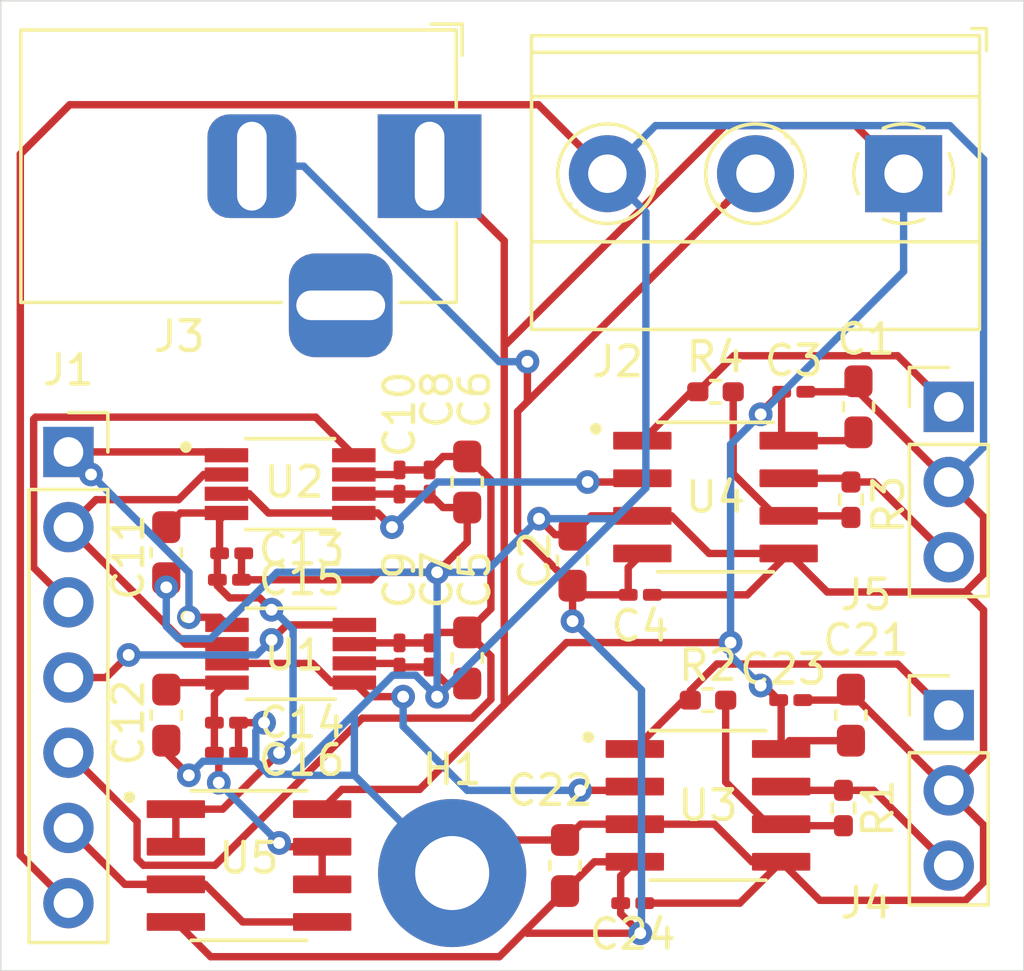
<source format=kicad_pcb>
(kicad_pcb (version 20171130) (host pcbnew 5.1.9+dfsg1-1+deb11u1)

  (general
    (thickness 1.6)
    (drawings 5)
    (tracks 313)
    (zones 0)
    (modules 35)
    (nets 20)
  )

  (page A4)
  (layers
    (0 F.Cu signal)
    (31 B.Cu signal)
    (32 B.Adhes user)
    (33 F.Adhes user)
    (34 B.Paste user)
    (35 F.Paste user)
    (36 B.SilkS user)
    (37 F.SilkS user)
    (38 B.Mask user)
    (39 F.Mask user)
    (40 Dwgs.User user)
    (41 Cmts.User user)
    (42 Eco1.User user)
    (43 Eco2.User user)
    (44 Edge.Cuts user)
    (45 Margin user)
    (46 B.CrtYd user)
    (47 F.CrtYd user)
    (48 B.Fab user hide)
    (49 F.Fab user hide)
  )

  (setup
    (last_trace_width 0.25)
    (trace_clearance 0.2)
    (zone_clearance 0.508)
    (zone_45_only no)
    (trace_min 0.2)
    (via_size 0.8)
    (via_drill 0.4)
    (via_min_size 0.4)
    (via_min_drill 0.3)
    (uvia_size 0.3)
    (uvia_drill 0.1)
    (uvias_allowed no)
    (uvia_min_size 0.2)
    (uvia_min_drill 0.1)
    (edge_width 0.05)
    (segment_width 0.2)
    (pcb_text_width 0.3)
    (pcb_text_size 1.5 1.5)
    (mod_edge_width 0.12)
    (mod_text_size 1 1)
    (mod_text_width 0.15)
    (pad_size 1.524 1.524)
    (pad_drill 0.762)
    (pad_to_mask_clearance 0)
    (aux_axis_origin 110.49 127.254)
    (visible_elements FFFFFF7F)
    (pcbplotparams
      (layerselection 0x010f0_ffffffff)
      (usegerberextensions false)
      (usegerberattributes true)
      (usegerberadvancedattributes true)
      (creategerberjobfile true)
      (excludeedgelayer true)
      (linewidth 0.100000)
      (plotframeref false)
      (viasonmask false)
      (mode 1)
      (useauxorigin false)
      (hpglpennumber 1)
      (hpglpenspeed 20)
      (hpglpendiameter 15.000000)
      (psnegative false)
      (psa4output false)
      (plotreference true)
      (plotvalue true)
      (plotinvisibletext false)
      (padsonsilk false)
      (subtractmaskfromsilk false)
      (outputformat 1)
      (mirror false)
      (drillshape 0)
      (scaleselection 1)
      (outputdirectory ""))
  )

  (net 0 "")
  (net 1 OPAMP_P)
  (net 2 GND1)
  (net 3 OPAMP_N)
  (net 4 DVDD)
  (net 5 SCLK)
  (net 6 SDIN)
  (net 7 CS_X)
  (net 8 CS_Y)
  (net 9 VOUT_Y_P)
  (net 10 VOUT_Y_N)
  (net 11 VOUT_X_N)
  (net 12 VOUT_X_P)
  (net 13 "Net-(R1-Pad2)")
  (net 14 "Net-(R3-Pad2)")
  (net 15 "Net-(U1-Pad3)")
  (net 16 "Net-(U2-Pad3)")
  (net 17 Vref_x)
  (net 18 Vref_y)
  (net 19 5V)

  (net_class Default "This is the default net class."
    (clearance 0.2)
    (trace_width 0.25)
    (via_dia 0.8)
    (via_drill 0.4)
    (uvia_dia 0.3)
    (uvia_drill 0.1)
    (add_net 5V)
    (add_net CS_X)
    (add_net CS_Y)
    (add_net DVDD)
    (add_net GND1)
    (add_net "Net-(R1-Pad2)")
    (add_net "Net-(R3-Pad2)")
    (add_net "Net-(U1-Pad3)")
    (add_net "Net-(U2-Pad3)")
    (add_net OPAMP_N)
    (add_net OPAMP_P)
    (add_net SCLK)
    (add_net SDIN)
    (add_net VOUT_X_N)
    (add_net VOUT_X_P)
    (add_net VOUT_Y_N)
    (add_net VOUT_Y_P)
    (add_net Vref_x)
    (add_net Vref_y)
  )

  (module Capacitor_SMD:C_0603_1608Metric_Pad1.08x0.95mm_HandSolder (layer F.Cu) (tedit 5F68FEEF) (tstamp 63F5529C)
    (at 139.446 108.204 90)
    (descr "Capacitor SMD 0603 (1608 Metric), square (rectangular) end terminal, IPC_7351 nominal with elongated pad for handsoldering. (Body size source: IPC-SM-782 page 76, https://www.pcb-3d.com/wordpress/wp-content/uploads/ipc-sm-782a_amendment_1_and_2.pdf), generated with kicad-footprint-generator")
    (tags "capacitor handsolder")
    (path /640090C3)
    (attr smd)
    (fp_text reference C1 (at 2.286 0.254 180) (layer F.SilkS)
      (effects (font (size 1 1) (thickness 0.15)))
    )
    (fp_text value 10uF (at 0 1.43 90) (layer F.Fab)
      (effects (font (size 1 1) (thickness 0.15)))
    )
    (fp_line (start 1.65 0.73) (end -1.65 0.73) (layer F.CrtYd) (width 0.05))
    (fp_line (start 1.65 -0.73) (end 1.65 0.73) (layer F.CrtYd) (width 0.05))
    (fp_line (start -1.65 -0.73) (end 1.65 -0.73) (layer F.CrtYd) (width 0.05))
    (fp_line (start -1.65 0.73) (end -1.65 -0.73) (layer F.CrtYd) (width 0.05))
    (fp_line (start -0.146267 0.51) (end 0.146267 0.51) (layer F.SilkS) (width 0.12))
    (fp_line (start -0.146267 -0.51) (end 0.146267 -0.51) (layer F.SilkS) (width 0.12))
    (fp_line (start 0.8 0.4) (end -0.8 0.4) (layer F.Fab) (width 0.1))
    (fp_line (start 0.8 -0.4) (end 0.8 0.4) (layer F.Fab) (width 0.1))
    (fp_line (start -0.8 -0.4) (end 0.8 -0.4) (layer F.Fab) (width 0.1))
    (fp_line (start -0.8 0.4) (end -0.8 -0.4) (layer F.Fab) (width 0.1))
    (fp_text user %R (at 0 0 90) (layer F.Fab)
      (effects (font (size 0.4 0.4) (thickness 0.06)))
    )
    (pad 2 smd roundrect (at 0.8625 0 90) (size 1.075 0.95) (layers F.Cu F.Paste F.Mask) (roundrect_rratio 0.25)
      (net 2 GND1))
    (pad 1 smd roundrect (at -0.8625 0 90) (size 1.075 0.95) (layers F.Cu F.Paste F.Mask) (roundrect_rratio 0.25)
      (net 1 OPAMP_P))
    (model ${KISYS3DMOD}/Capacitor_SMD.3dshapes/C_0603_1608Metric.wrl
      (at (xyz 0 0 0))
      (scale (xyz 1 1 1))
      (rotate (xyz 0 0 0))
    )
  )

  (module Capacitor_SMD:C_0603_1608Metric_Pad1.08x0.95mm_HandSolder (layer F.Cu) (tedit 5F68FEEF) (tstamp 63F552AD)
    (at 129.794 113.3845 270)
    (descr "Capacitor SMD 0603 (1608 Metric), square (rectangular) end terminal, IPC_7351 nominal with elongated pad for handsoldering. (Body size source: IPC-SM-782 page 76, https://www.pcb-3d.com/wordpress/wp-content/uploads/ipc-sm-782a_amendment_1_and_2.pdf), generated with kicad-footprint-generator")
    (tags "capacitor handsolder")
    (path /640090BD)
    (attr smd)
    (fp_text reference C2 (at 0 1.27 90) (layer F.SilkS)
      (effects (font (size 1 1) (thickness 0.15)))
    )
    (fp_text value 10uF (at 0 1.43 90) (layer F.Fab)
      (effects (font (size 1 1) (thickness 0.15)))
    )
    (fp_line (start -0.8 0.4) (end -0.8 -0.4) (layer F.Fab) (width 0.1))
    (fp_line (start -0.8 -0.4) (end 0.8 -0.4) (layer F.Fab) (width 0.1))
    (fp_line (start 0.8 -0.4) (end 0.8 0.4) (layer F.Fab) (width 0.1))
    (fp_line (start 0.8 0.4) (end -0.8 0.4) (layer F.Fab) (width 0.1))
    (fp_line (start -0.146267 -0.51) (end 0.146267 -0.51) (layer F.SilkS) (width 0.12))
    (fp_line (start -0.146267 0.51) (end 0.146267 0.51) (layer F.SilkS) (width 0.12))
    (fp_line (start -1.65 0.73) (end -1.65 -0.73) (layer F.CrtYd) (width 0.05))
    (fp_line (start -1.65 -0.73) (end 1.65 -0.73) (layer F.CrtYd) (width 0.05))
    (fp_line (start 1.65 -0.73) (end 1.65 0.73) (layer F.CrtYd) (width 0.05))
    (fp_line (start 1.65 0.73) (end -1.65 0.73) (layer F.CrtYd) (width 0.05))
    (fp_text user %R (at 0 0 90) (layer F.Fab)
      (effects (font (size 0.4 0.4) (thickness 0.06)))
    )
    (pad 1 smd roundrect (at -0.8625 0 270) (size 1.075 0.95) (layers F.Cu F.Paste F.Mask) (roundrect_rratio 0.25)
      (net 2 GND1))
    (pad 2 smd roundrect (at 0.8625 0 270) (size 1.075 0.95) (layers F.Cu F.Paste F.Mask) (roundrect_rratio 0.25)
      (net 3 OPAMP_N))
    (model ${KISYS3DMOD}/Capacitor_SMD.3dshapes/C_0603_1608Metric.wrl
      (at (xyz 0 0 0))
      (scale (xyz 1 1 1))
      (rotate (xyz 0 0 0))
    )
  )

  (module Capacitor_SMD:C_0201_0603Metric_Pad0.64x0.40mm_HandSolder (layer F.Cu) (tedit 5F6BB9E0) (tstamp 63F552BE)
    (at 137.2605 107.696)
    (descr "Capacitor SMD 0201 (0603 Metric), square (rectangular) end terminal, IPC_7351 nominal with elongated pad for handsoldering. (Body size source: https://www.vishay.com/docs/20052/crcw0201e3.pdf), generated with kicad-footprint-generator")
    (tags "capacitor handsolder")
    (path /640090B7)
    (attr smd)
    (fp_text reference C3 (at 0 -1.05) (layer F.SilkS)
      (effects (font (size 1 1) (thickness 0.15)))
    )
    (fp_text value 0.1uF (at 0 1.05) (layer F.Fab)
      (effects (font (size 1 1) (thickness 0.15)))
    )
    (fp_line (start 0.88 0.35) (end -0.88 0.35) (layer F.CrtYd) (width 0.05))
    (fp_line (start 0.88 -0.35) (end 0.88 0.35) (layer F.CrtYd) (width 0.05))
    (fp_line (start -0.88 -0.35) (end 0.88 -0.35) (layer F.CrtYd) (width 0.05))
    (fp_line (start -0.88 0.35) (end -0.88 -0.35) (layer F.CrtYd) (width 0.05))
    (fp_line (start 0.3 0.15) (end -0.3 0.15) (layer F.Fab) (width 0.1))
    (fp_line (start 0.3 -0.15) (end 0.3 0.15) (layer F.Fab) (width 0.1))
    (fp_line (start -0.3 -0.15) (end 0.3 -0.15) (layer F.Fab) (width 0.1))
    (fp_line (start -0.3 0.15) (end -0.3 -0.15) (layer F.Fab) (width 0.1))
    (fp_text user %R (at 0 -0.68) (layer F.Fab)
      (effects (font (size 0.25 0.25) (thickness 0.04)))
    )
    (pad 2 smd roundrect (at 0.4075 0) (size 0.635 0.4) (layers F.Cu F.Mask) (roundrect_rratio 0.25)
      (net 2 GND1))
    (pad 1 smd roundrect (at -0.4075 0) (size 0.635 0.4) (layers F.Cu F.Mask) (roundrect_rratio 0.25)
      (net 1 OPAMP_P))
    (pad "" smd roundrect (at 0.4325 0) (size 0.458 0.36) (layers F.Paste) (roundrect_rratio 0.25))
    (pad "" smd roundrect (at -0.4325 0) (size 0.458 0.36) (layers F.Paste) (roundrect_rratio 0.25))
    (model ${KISYS3DMOD}/Capacitor_SMD.3dshapes/C_0201_0603Metric.wrl
      (at (xyz 0 0 0))
      (scale (xyz 1 1 1))
      (rotate (xyz 0 0 0))
    )
  )

  (module Capacitor_SMD:C_0201_0603Metric_Pad0.64x0.40mm_HandSolder (layer F.Cu) (tedit 5F6BB9E0) (tstamp 63F552CF)
    (at 132.08 114.554 180)
    (descr "Capacitor SMD 0201 (0603 Metric), square (rectangular) end terminal, IPC_7351 nominal with elongated pad for handsoldering. (Body size source: https://www.vishay.com/docs/20052/crcw0201e3.pdf), generated with kicad-footprint-generator")
    (tags "capacitor handsolder")
    (path /640090B1)
    (attr smd)
    (fp_text reference C4 (at 0 -1.05) (layer F.SilkS)
      (effects (font (size 1 1) (thickness 0.15)))
    )
    (fp_text value 0.1uF (at 0 1.05) (layer F.Fab)
      (effects (font (size 1 1) (thickness 0.15)))
    )
    (fp_line (start -0.3 0.15) (end -0.3 -0.15) (layer F.Fab) (width 0.1))
    (fp_line (start -0.3 -0.15) (end 0.3 -0.15) (layer F.Fab) (width 0.1))
    (fp_line (start 0.3 -0.15) (end 0.3 0.15) (layer F.Fab) (width 0.1))
    (fp_line (start 0.3 0.15) (end -0.3 0.15) (layer F.Fab) (width 0.1))
    (fp_line (start -0.88 0.35) (end -0.88 -0.35) (layer F.CrtYd) (width 0.05))
    (fp_line (start -0.88 -0.35) (end 0.88 -0.35) (layer F.CrtYd) (width 0.05))
    (fp_line (start 0.88 -0.35) (end 0.88 0.35) (layer F.CrtYd) (width 0.05))
    (fp_line (start 0.88 0.35) (end -0.88 0.35) (layer F.CrtYd) (width 0.05))
    (fp_text user %R (at 0 -0.68) (layer F.Fab)
      (effects (font (size 0.25 0.25) (thickness 0.04)))
    )
    (pad "" smd roundrect (at -0.4325 0 180) (size 0.458 0.36) (layers F.Paste) (roundrect_rratio 0.25))
    (pad "" smd roundrect (at 0.4325 0 180) (size 0.458 0.36) (layers F.Paste) (roundrect_rratio 0.25))
    (pad 1 smd roundrect (at -0.4075 0 180) (size 0.635 0.4) (layers F.Cu F.Mask) (roundrect_rratio 0.25)
      (net 2 GND1))
    (pad 2 smd roundrect (at 0.4075 0 180) (size 0.635 0.4) (layers F.Cu F.Mask) (roundrect_rratio 0.25)
      (net 3 OPAMP_N))
    (model ${KISYS3DMOD}/Capacitor_SMD.3dshapes/C_0201_0603Metric.wrl
      (at (xyz 0 0 0))
      (scale (xyz 1 1 1))
      (rotate (xyz 0 0 0))
    )
  )

  (module Capacitor_SMD:C_0603_1608Metric_Pad1.08x0.95mm_HandSolder (layer F.Cu) (tedit 5F68FEEF) (tstamp 63F552E0)
    (at 126.238 116.6865 270)
    (descr "Capacitor SMD 0603 (1608 Metric), square (rectangular) end terminal, IPC_7351 nominal with elongated pad for handsoldering. (Body size source: IPC-SM-782 page 76, https://www.pcb-3d.com/wordpress/wp-content/uploads/ipc-sm-782a_amendment_1_and_2.pdf), generated with kicad-footprint-generator")
    (tags "capacitor handsolder")
    (path /63FBFF95)
    (attr smd)
    (fp_text reference C5 (at -2.6405 -0.254 90) (layer F.SilkS)
      (effects (font (size 1 1) (thickness 0.15)))
    )
    (fp_text value 10uF (at 0 1.43 90) (layer F.Fab)
      (effects (font (size 1 1) (thickness 0.15)))
    )
    (fp_line (start -0.8 0.4) (end -0.8 -0.4) (layer F.Fab) (width 0.1))
    (fp_line (start -0.8 -0.4) (end 0.8 -0.4) (layer F.Fab) (width 0.1))
    (fp_line (start 0.8 -0.4) (end 0.8 0.4) (layer F.Fab) (width 0.1))
    (fp_line (start 0.8 0.4) (end -0.8 0.4) (layer F.Fab) (width 0.1))
    (fp_line (start -0.146267 -0.51) (end 0.146267 -0.51) (layer F.SilkS) (width 0.12))
    (fp_line (start -0.146267 0.51) (end 0.146267 0.51) (layer F.SilkS) (width 0.12))
    (fp_line (start -1.65 0.73) (end -1.65 -0.73) (layer F.CrtYd) (width 0.05))
    (fp_line (start -1.65 -0.73) (end 1.65 -0.73) (layer F.CrtYd) (width 0.05))
    (fp_line (start 1.65 -0.73) (end 1.65 0.73) (layer F.CrtYd) (width 0.05))
    (fp_line (start 1.65 0.73) (end -1.65 0.73) (layer F.CrtYd) (width 0.05))
    (fp_text user %R (at 0 0 90) (layer F.Fab)
      (effects (font (size 0.4 0.4) (thickness 0.06)))
    )
    (pad 1 smd roundrect (at -0.8625 0 270) (size 1.075 0.95) (layers F.Cu F.Paste F.Mask) (roundrect_rratio 0.25)
      (net 4 DVDD))
    (pad 2 smd roundrect (at 0.8625 0 270) (size 1.075 0.95) (layers F.Cu F.Paste F.Mask) (roundrect_rratio 0.25)
      (net 2 GND1))
    (model ${KISYS3DMOD}/Capacitor_SMD.3dshapes/C_0603_1608Metric.wrl
      (at (xyz 0 0 0))
      (scale (xyz 1 1 1))
      (rotate (xyz 0 0 0))
    )
  )

  (module Capacitor_SMD:C_0603_1608Metric_Pad1.08x0.95mm_HandSolder (layer F.Cu) (tedit 5F68FEEF) (tstamp 63F552F1)
    (at 126.238 110.744 270)
    (descr "Capacitor SMD 0603 (1608 Metric), square (rectangular) end terminal, IPC_7351 nominal with elongated pad for handsoldering. (Body size source: IPC-SM-782 page 76, https://www.pcb-3d.com/wordpress/wp-content/uploads/ipc-sm-782a_amendment_1_and_2.pdf), generated with kicad-footprint-generator")
    (tags "capacitor handsolder")
    (path /63FD852B)
    (attr smd)
    (fp_text reference C6 (at -2.794 -0.254 90) (layer F.SilkS)
      (effects (font (size 1 1) (thickness 0.15)))
    )
    (fp_text value 10uF (at 0 1.43 90) (layer F.Fab)
      (effects (font (size 1 1) (thickness 0.15)))
    )
    (fp_line (start 1.65 0.73) (end -1.65 0.73) (layer F.CrtYd) (width 0.05))
    (fp_line (start 1.65 -0.73) (end 1.65 0.73) (layer F.CrtYd) (width 0.05))
    (fp_line (start -1.65 -0.73) (end 1.65 -0.73) (layer F.CrtYd) (width 0.05))
    (fp_line (start -1.65 0.73) (end -1.65 -0.73) (layer F.CrtYd) (width 0.05))
    (fp_line (start -0.146267 0.51) (end 0.146267 0.51) (layer F.SilkS) (width 0.12))
    (fp_line (start -0.146267 -0.51) (end 0.146267 -0.51) (layer F.SilkS) (width 0.12))
    (fp_line (start 0.8 0.4) (end -0.8 0.4) (layer F.Fab) (width 0.1))
    (fp_line (start 0.8 -0.4) (end 0.8 0.4) (layer F.Fab) (width 0.1))
    (fp_line (start -0.8 -0.4) (end 0.8 -0.4) (layer F.Fab) (width 0.1))
    (fp_line (start -0.8 0.4) (end -0.8 -0.4) (layer F.Fab) (width 0.1))
    (fp_text user %R (at 0 0 90) (layer F.Fab)
      (effects (font (size 0.4 0.4) (thickness 0.06)))
    )
    (pad 2 smd roundrect (at 0.8625 0 270) (size 1.075 0.95) (layers F.Cu F.Paste F.Mask) (roundrect_rratio 0.25)
      (net 2 GND1))
    (pad 1 smd roundrect (at -0.8625 0 270) (size 1.075 0.95) (layers F.Cu F.Paste F.Mask) (roundrect_rratio 0.25)
      (net 4 DVDD))
    (model ${KISYS3DMOD}/Capacitor_SMD.3dshapes/C_0603_1608Metric.wrl
      (at (xyz 0 0 0))
      (scale (xyz 1 1 1))
      (rotate (xyz 0 0 0))
    )
  )

  (module Capacitor_SMD:C_0201_0603Metric_Pad0.64x0.40mm_HandSolder (layer F.Cu) (tedit 5F6BB9E0) (tstamp 63F55302)
    (at 124.968 116.586 270)
    (descr "Capacitor SMD 0201 (0603 Metric), square (rectangular) end terminal, IPC_7351 nominal with elongated pad for handsoldering. (Body size source: https://www.vishay.com/docs/20052/crcw0201e3.pdf), generated with kicad-footprint-generator")
    (tags "capacitor handsolder")
    (path /63FBFFA2)
    (attr smd)
    (fp_text reference C7 (at -2.54 -0.254 90) (layer F.SilkS)
      (effects (font (size 1 1) (thickness 0.15)))
    )
    (fp_text value 0.1uF (at 0 1.05 90) (layer F.Fab)
      (effects (font (size 1 1) (thickness 0.15)))
    )
    (fp_line (start 0.88 0.35) (end -0.88 0.35) (layer F.CrtYd) (width 0.05))
    (fp_line (start 0.88 -0.35) (end 0.88 0.35) (layer F.CrtYd) (width 0.05))
    (fp_line (start -0.88 -0.35) (end 0.88 -0.35) (layer F.CrtYd) (width 0.05))
    (fp_line (start -0.88 0.35) (end -0.88 -0.35) (layer F.CrtYd) (width 0.05))
    (fp_line (start 0.3 0.15) (end -0.3 0.15) (layer F.Fab) (width 0.1))
    (fp_line (start 0.3 -0.15) (end 0.3 0.15) (layer F.Fab) (width 0.1))
    (fp_line (start -0.3 -0.15) (end 0.3 -0.15) (layer F.Fab) (width 0.1))
    (fp_line (start -0.3 0.15) (end -0.3 -0.15) (layer F.Fab) (width 0.1))
    (fp_text user %R (at 0 -0.68 90) (layer F.Fab)
      (effects (font (size 0.25 0.25) (thickness 0.04)))
    )
    (pad 2 smd roundrect (at 0.4075 0 270) (size 0.635 0.4) (layers F.Cu F.Mask) (roundrect_rratio 0.25)
      (net 2 GND1))
    (pad 1 smd roundrect (at -0.4075 0 270) (size 0.635 0.4) (layers F.Cu F.Mask) (roundrect_rratio 0.25)
      (net 4 DVDD))
    (pad "" smd roundrect (at 0.4325 0 270) (size 0.458 0.36) (layers F.Paste) (roundrect_rratio 0.25))
    (pad "" smd roundrect (at -0.4325 0 270) (size 0.458 0.36) (layers F.Paste) (roundrect_rratio 0.25))
    (model ${KISYS3DMOD}/Capacitor_SMD.3dshapes/C_0201_0603Metric.wrl
      (at (xyz 0 0 0))
      (scale (xyz 1 1 1))
      (rotate (xyz 0 0 0))
    )
  )

  (module Capacitor_SMD:C_0201_0603Metric_Pad0.64x0.40mm_HandSolder (layer F.Cu) (tedit 5F6BB9E0) (tstamp 63F55313)
    (at 124.968 110.744 270)
    (descr "Capacitor SMD 0201 (0603 Metric), square (rectangular) end terminal, IPC_7351 nominal with elongated pad for handsoldering. (Body size source: https://www.vishay.com/docs/20052/crcw0201e3.pdf), generated with kicad-footprint-generator")
    (tags "capacitor handsolder")
    (path /63FD8538)
    (attr smd)
    (fp_text reference C8 (at -2.794 -0.254 90) (layer F.SilkS)
      (effects (font (size 1 1) (thickness 0.15)))
    )
    (fp_text value 0.1uF (at 0 1.05 90) (layer F.Fab)
      (effects (font (size 1 1) (thickness 0.15)))
    )
    (fp_line (start 0.88 0.35) (end -0.88 0.35) (layer F.CrtYd) (width 0.05))
    (fp_line (start 0.88 -0.35) (end 0.88 0.35) (layer F.CrtYd) (width 0.05))
    (fp_line (start -0.88 -0.35) (end 0.88 -0.35) (layer F.CrtYd) (width 0.05))
    (fp_line (start -0.88 0.35) (end -0.88 -0.35) (layer F.CrtYd) (width 0.05))
    (fp_line (start 0.3 0.15) (end -0.3 0.15) (layer F.Fab) (width 0.1))
    (fp_line (start 0.3 -0.15) (end 0.3 0.15) (layer F.Fab) (width 0.1))
    (fp_line (start -0.3 -0.15) (end 0.3 -0.15) (layer F.Fab) (width 0.1))
    (fp_line (start -0.3 0.15) (end -0.3 -0.15) (layer F.Fab) (width 0.1))
    (fp_text user %R (at 0 -0.68 90) (layer F.Fab)
      (effects (font (size 0.25 0.25) (thickness 0.04)))
    )
    (pad 2 smd roundrect (at 0.4075 0 270) (size 0.635 0.4) (layers F.Cu F.Mask) (roundrect_rratio 0.25)
      (net 2 GND1))
    (pad 1 smd roundrect (at -0.4075 0 270) (size 0.635 0.4) (layers F.Cu F.Mask) (roundrect_rratio 0.25)
      (net 4 DVDD))
    (pad "" smd roundrect (at 0.4325 0 270) (size 0.458 0.36) (layers F.Paste) (roundrect_rratio 0.25))
    (pad "" smd roundrect (at -0.4325 0 270) (size 0.458 0.36) (layers F.Paste) (roundrect_rratio 0.25))
    (model ${KISYS3DMOD}/Capacitor_SMD.3dshapes/C_0201_0603Metric.wrl
      (at (xyz 0 0 0))
      (scale (xyz 1 1 1))
      (rotate (xyz 0 0 0))
    )
  )

  (module Capacitor_SMD:C_0201_0603Metric_Pad0.64x0.40mm_HandSolder (layer F.Cu) (tedit 5F6BB9E0) (tstamp 63F55324)
    (at 123.952 116.586 270)
    (descr "Capacitor SMD 0201 (0603 Metric), square (rectangular) end terminal, IPC_7351 nominal with elongated pad for handsoldering. (Body size source: https://www.vishay.com/docs/20052/crcw0201e3.pdf), generated with kicad-footprint-generator")
    (tags "capacitor handsolder")
    (path /63FCE984)
    (attr smd)
    (fp_text reference C9 (at -2.54 0 90) (layer F.SilkS)
      (effects (font (size 1 1) (thickness 0.15)))
    )
    (fp_text value 1nF (at 0 1.05 90) (layer F.Fab)
      (effects (font (size 1 1) (thickness 0.15)))
    )
    (fp_line (start -0.3 0.15) (end -0.3 -0.15) (layer F.Fab) (width 0.1))
    (fp_line (start -0.3 -0.15) (end 0.3 -0.15) (layer F.Fab) (width 0.1))
    (fp_line (start 0.3 -0.15) (end 0.3 0.15) (layer F.Fab) (width 0.1))
    (fp_line (start 0.3 0.15) (end -0.3 0.15) (layer F.Fab) (width 0.1))
    (fp_line (start -0.88 0.35) (end -0.88 -0.35) (layer F.CrtYd) (width 0.05))
    (fp_line (start -0.88 -0.35) (end 0.88 -0.35) (layer F.CrtYd) (width 0.05))
    (fp_line (start 0.88 -0.35) (end 0.88 0.35) (layer F.CrtYd) (width 0.05))
    (fp_line (start 0.88 0.35) (end -0.88 0.35) (layer F.CrtYd) (width 0.05))
    (fp_text user %R (at 0 -0.68 90) (layer F.Fab)
      (effects (font (size 0.25 0.25) (thickness 0.04)))
    )
    (pad "" smd roundrect (at -0.4325 0 270) (size 0.458 0.36) (layers F.Paste) (roundrect_rratio 0.25))
    (pad "" smd roundrect (at 0.4325 0 270) (size 0.458 0.36) (layers F.Paste) (roundrect_rratio 0.25))
    (pad 1 smd roundrect (at -0.4075 0 270) (size 0.635 0.4) (layers F.Cu F.Mask) (roundrect_rratio 0.25)
      (net 4 DVDD))
    (pad 2 smd roundrect (at 0.4075 0 270) (size 0.635 0.4) (layers F.Cu F.Mask) (roundrect_rratio 0.25)
      (net 2 GND1))
    (model ${KISYS3DMOD}/Capacitor_SMD.3dshapes/C_0201_0603Metric.wrl
      (at (xyz 0 0 0))
      (scale (xyz 1 1 1))
      (rotate (xyz 0 0 0))
    )
  )

  (module Capacitor_SMD:C_0201_0603Metric_Pad0.64x0.40mm_HandSolder (layer F.Cu) (tedit 5F6BB9E0) (tstamp 63F55335)
    (at 123.952 110.744 270)
    (descr "Capacitor SMD 0201 (0603 Metric), square (rectangular) end terminal, IPC_7351 nominal with elongated pad for handsoldering. (Body size source: https://www.vishay.com/docs/20052/crcw0201e3.pdf), generated with kicad-footprint-generator")
    (tags "capacitor handsolder")
    (path /63FD8541)
    (attr smd)
    (fp_text reference C10 (at -2.286 0 90) (layer F.SilkS)
      (effects (font (size 1 1) (thickness 0.15)))
    )
    (fp_text value 1nF (at 0 1.05 90) (layer F.Fab)
      (effects (font (size 1 1) (thickness 0.15)))
    )
    (fp_line (start -0.3 0.15) (end -0.3 -0.15) (layer F.Fab) (width 0.1))
    (fp_line (start -0.3 -0.15) (end 0.3 -0.15) (layer F.Fab) (width 0.1))
    (fp_line (start 0.3 -0.15) (end 0.3 0.15) (layer F.Fab) (width 0.1))
    (fp_line (start 0.3 0.15) (end -0.3 0.15) (layer F.Fab) (width 0.1))
    (fp_line (start -0.88 0.35) (end -0.88 -0.35) (layer F.CrtYd) (width 0.05))
    (fp_line (start -0.88 -0.35) (end 0.88 -0.35) (layer F.CrtYd) (width 0.05))
    (fp_line (start 0.88 -0.35) (end 0.88 0.35) (layer F.CrtYd) (width 0.05))
    (fp_line (start 0.88 0.35) (end -0.88 0.35) (layer F.CrtYd) (width 0.05))
    (fp_text user %R (at 0 -0.68 90) (layer F.Fab)
      (effects (font (size 0.25 0.25) (thickness 0.04)))
    )
    (pad "" smd roundrect (at -0.4325 0 270) (size 0.458 0.36) (layers F.Paste) (roundrect_rratio 0.25))
    (pad "" smd roundrect (at 0.4325 0 270) (size 0.458 0.36) (layers F.Paste) (roundrect_rratio 0.25))
    (pad 1 smd roundrect (at -0.4075 0 270) (size 0.635 0.4) (layers F.Cu F.Mask) (roundrect_rratio 0.25)
      (net 4 DVDD))
    (pad 2 smd roundrect (at 0.4075 0 270) (size 0.635 0.4) (layers F.Cu F.Mask) (roundrect_rratio 0.25)
      (net 2 GND1))
    (model ${KISYS3DMOD}/Capacitor_SMD.3dshapes/C_0201_0603Metric.wrl
      (at (xyz 0 0 0))
      (scale (xyz 1 1 1))
      (rotate (xyz 0 0 0))
    )
  )

  (module Capacitor_SMD:C_0603_1608Metric_Pad1.08x0.95mm_HandSolder (layer F.Cu) (tedit 5F68FEEF) (tstamp 63F55368)
    (at 139.192 118.618 90)
    (descr "Capacitor SMD 0603 (1608 Metric), square (rectangular) end terminal, IPC_7351 nominal with elongated pad for handsoldering. (Body size source: IPC-SM-782 page 76, https://www.pcb-3d.com/wordpress/wp-content/uploads/ipc-sm-782a_amendment_1_and_2.pdf), generated with kicad-footprint-generator")
    (tags "capacitor handsolder")
    (path /63EE9D3C)
    (attr smd)
    (fp_text reference C21 (at 2.54 0.508 180) (layer F.SilkS)
      (effects (font (size 1 1) (thickness 0.15)))
    )
    (fp_text value 10uF (at 0 1.43 90) (layer F.Fab)
      (effects (font (size 1 1) (thickness 0.15)))
    )
    (fp_line (start -0.8 0.4) (end -0.8 -0.4) (layer F.Fab) (width 0.1))
    (fp_line (start -0.8 -0.4) (end 0.8 -0.4) (layer F.Fab) (width 0.1))
    (fp_line (start 0.8 -0.4) (end 0.8 0.4) (layer F.Fab) (width 0.1))
    (fp_line (start 0.8 0.4) (end -0.8 0.4) (layer F.Fab) (width 0.1))
    (fp_line (start -0.146267 -0.51) (end 0.146267 -0.51) (layer F.SilkS) (width 0.12))
    (fp_line (start -0.146267 0.51) (end 0.146267 0.51) (layer F.SilkS) (width 0.12))
    (fp_line (start -1.65 0.73) (end -1.65 -0.73) (layer F.CrtYd) (width 0.05))
    (fp_line (start -1.65 -0.73) (end 1.65 -0.73) (layer F.CrtYd) (width 0.05))
    (fp_line (start 1.65 -0.73) (end 1.65 0.73) (layer F.CrtYd) (width 0.05))
    (fp_line (start 1.65 0.73) (end -1.65 0.73) (layer F.CrtYd) (width 0.05))
    (fp_text user %R (at 0 0 90) (layer F.Fab)
      (effects (font (size 0.4 0.4) (thickness 0.06)))
    )
    (pad 1 smd roundrect (at -0.8625 0 90) (size 1.075 0.95) (layers F.Cu F.Paste F.Mask) (roundrect_rratio 0.25)
      (net 1 OPAMP_P))
    (pad 2 smd roundrect (at 0.8625 0 90) (size 1.075 0.95) (layers F.Cu F.Paste F.Mask) (roundrect_rratio 0.25)
      (net 2 GND1))
    (model ${KISYS3DMOD}/Capacitor_SMD.3dshapes/C_0603_1608Metric.wrl
      (at (xyz 0 0 0))
      (scale (xyz 1 1 1))
      (rotate (xyz 0 0 0))
    )
  )

  (module Capacitor_SMD:C_0603_1608Metric_Pad1.08x0.95mm_HandSolder (layer F.Cu) (tedit 5F68FEEF) (tstamp 63F55379)
    (at 129.54 123.698 270)
    (descr "Capacitor SMD 0603 (1608 Metric), square (rectangular) end terminal, IPC_7351 nominal with elongated pad for handsoldering. (Body size source: IPC-SM-782 page 76, https://www.pcb-3d.com/wordpress/wp-content/uploads/ipc-sm-782a_amendment_1_and_2.pdf), generated with kicad-footprint-generator")
    (tags "capacitor handsolder")
    (path /63EE9D42)
    (attr smd)
    (fp_text reference C22 (at -2.54 0.508 180) (layer F.SilkS)
      (effects (font (size 1 1) (thickness 0.15)))
    )
    (fp_text value 10uF (at 0 1.43 90) (layer F.Fab)
      (effects (font (size 1 1) (thickness 0.15)))
    )
    (fp_line (start 1.65 0.73) (end -1.65 0.73) (layer F.CrtYd) (width 0.05))
    (fp_line (start 1.65 -0.73) (end 1.65 0.73) (layer F.CrtYd) (width 0.05))
    (fp_line (start -1.65 -0.73) (end 1.65 -0.73) (layer F.CrtYd) (width 0.05))
    (fp_line (start -1.65 0.73) (end -1.65 -0.73) (layer F.CrtYd) (width 0.05))
    (fp_line (start -0.146267 0.51) (end 0.146267 0.51) (layer F.SilkS) (width 0.12))
    (fp_line (start -0.146267 -0.51) (end 0.146267 -0.51) (layer F.SilkS) (width 0.12))
    (fp_line (start 0.8 0.4) (end -0.8 0.4) (layer F.Fab) (width 0.1))
    (fp_line (start 0.8 -0.4) (end 0.8 0.4) (layer F.Fab) (width 0.1))
    (fp_line (start -0.8 -0.4) (end 0.8 -0.4) (layer F.Fab) (width 0.1))
    (fp_line (start -0.8 0.4) (end -0.8 -0.4) (layer F.Fab) (width 0.1))
    (fp_text user %R (at 0 0 90) (layer F.Fab)
      (effects (font (size 0.4 0.4) (thickness 0.06)))
    )
    (pad 2 smd roundrect (at 0.8625 0 270) (size 1.075 0.95) (layers F.Cu F.Paste F.Mask) (roundrect_rratio 0.25)
      (net 3 OPAMP_N))
    (pad 1 smd roundrect (at -0.8625 0 270) (size 1.075 0.95) (layers F.Cu F.Paste F.Mask) (roundrect_rratio 0.25)
      (net 2 GND1))
    (model ${KISYS3DMOD}/Capacitor_SMD.3dshapes/C_0603_1608Metric.wrl
      (at (xyz 0 0 0))
      (scale (xyz 1 1 1))
      (rotate (xyz 0 0 0))
    )
  )

  (module Capacitor_SMD:C_0201_0603Metric_Pad0.64x0.40mm_HandSolder (layer F.Cu) (tedit 5F6BB9E0) (tstamp 63F5538A)
    (at 137.16 118.11)
    (descr "Capacitor SMD 0201 (0603 Metric), square (rectangular) end terminal, IPC_7351 nominal with elongated pad for handsoldering. (Body size source: https://www.vishay.com/docs/20052/crcw0201e3.pdf), generated with kicad-footprint-generator")
    (tags "capacitor handsolder")
    (path /63EE9D48)
    (attr smd)
    (fp_text reference C23 (at -0.254 -1.05) (layer F.SilkS)
      (effects (font (size 1 1) (thickness 0.15)))
    )
    (fp_text value 0.1uF (at 0 1.05) (layer F.Fab)
      (effects (font (size 1 1) (thickness 0.15)))
    )
    (fp_line (start 0.88 0.35) (end -0.88 0.35) (layer F.CrtYd) (width 0.05))
    (fp_line (start 0.88 -0.35) (end 0.88 0.35) (layer F.CrtYd) (width 0.05))
    (fp_line (start -0.88 -0.35) (end 0.88 -0.35) (layer F.CrtYd) (width 0.05))
    (fp_line (start -0.88 0.35) (end -0.88 -0.35) (layer F.CrtYd) (width 0.05))
    (fp_line (start 0.3 0.15) (end -0.3 0.15) (layer F.Fab) (width 0.1))
    (fp_line (start 0.3 -0.15) (end 0.3 0.15) (layer F.Fab) (width 0.1))
    (fp_line (start -0.3 -0.15) (end 0.3 -0.15) (layer F.Fab) (width 0.1))
    (fp_line (start -0.3 0.15) (end -0.3 -0.15) (layer F.Fab) (width 0.1))
    (fp_text user %R (at 0 -0.68) (layer F.Fab)
      (effects (font (size 0.25 0.25) (thickness 0.04)))
    )
    (pad 2 smd roundrect (at 0.4075 0) (size 0.635 0.4) (layers F.Cu F.Mask) (roundrect_rratio 0.25)
      (net 2 GND1))
    (pad 1 smd roundrect (at -0.4075 0) (size 0.635 0.4) (layers F.Cu F.Mask) (roundrect_rratio 0.25)
      (net 1 OPAMP_P))
    (pad "" smd roundrect (at 0.4325 0) (size 0.458 0.36) (layers F.Paste) (roundrect_rratio 0.25))
    (pad "" smd roundrect (at -0.4325 0) (size 0.458 0.36) (layers F.Paste) (roundrect_rratio 0.25))
    (model ${KISYS3DMOD}/Capacitor_SMD.3dshapes/C_0201_0603Metric.wrl
      (at (xyz 0 0 0))
      (scale (xyz 1 1 1))
      (rotate (xyz 0 0 0))
    )
  )

  (module Capacitor_SMD:C_0201_0603Metric_Pad0.64x0.40mm_HandSolder (layer F.Cu) (tedit 5F6BB9E0) (tstamp 63F5539B)
    (at 131.826 124.968 180)
    (descr "Capacitor SMD 0201 (0603 Metric), square (rectangular) end terminal, IPC_7351 nominal with elongated pad for handsoldering. (Body size source: https://www.vishay.com/docs/20052/crcw0201e3.pdf), generated with kicad-footprint-generator")
    (tags "capacitor handsolder")
    (path /63EE9D4E)
    (attr smd)
    (fp_text reference C24 (at 0 -1.05) (layer F.SilkS)
      (effects (font (size 1 1) (thickness 0.15)))
    )
    (fp_text value 0.1uF (at 0 1.05) (layer F.Fab)
      (effects (font (size 1 1) (thickness 0.15)))
    )
    (fp_line (start -0.3 0.15) (end -0.3 -0.15) (layer F.Fab) (width 0.1))
    (fp_line (start -0.3 -0.15) (end 0.3 -0.15) (layer F.Fab) (width 0.1))
    (fp_line (start 0.3 -0.15) (end 0.3 0.15) (layer F.Fab) (width 0.1))
    (fp_line (start 0.3 0.15) (end -0.3 0.15) (layer F.Fab) (width 0.1))
    (fp_line (start -0.88 0.35) (end -0.88 -0.35) (layer F.CrtYd) (width 0.05))
    (fp_line (start -0.88 -0.35) (end 0.88 -0.35) (layer F.CrtYd) (width 0.05))
    (fp_line (start 0.88 -0.35) (end 0.88 0.35) (layer F.CrtYd) (width 0.05))
    (fp_line (start 0.88 0.35) (end -0.88 0.35) (layer F.CrtYd) (width 0.05))
    (fp_text user %R (at 0 -0.68) (layer F.Fab)
      (effects (font (size 0.25 0.25) (thickness 0.04)))
    )
    (pad "" smd roundrect (at -0.4325 0 180) (size 0.458 0.36) (layers F.Paste) (roundrect_rratio 0.25))
    (pad "" smd roundrect (at 0.4325 0 180) (size 0.458 0.36) (layers F.Paste) (roundrect_rratio 0.25))
    (pad 1 smd roundrect (at -0.4075 0 180) (size 0.635 0.4) (layers F.Cu F.Mask) (roundrect_rratio 0.25)
      (net 2 GND1))
    (pad 2 smd roundrect (at 0.4075 0 180) (size 0.635 0.4) (layers F.Cu F.Mask) (roundrect_rratio 0.25)
      (net 3 OPAMP_N))
    (model ${KISYS3DMOD}/Capacitor_SMD.3dshapes/C_0201_0603Metric.wrl
      (at (xyz 0 0 0))
      (scale (xyz 1 1 1))
      (rotate (xyz 0 0 0))
    )
  )

  (module Connector_PinSocket_2.54mm:PinSocket_1x07_P2.54mm_Vertical (layer F.Cu) (tedit 5A19A433) (tstamp 63F553B6)
    (at 112.776 109.728)
    (descr "Through hole straight socket strip, 1x07, 2.54mm pitch, single row (from Kicad 4.0.7), script generated")
    (tags "Through hole socket strip THT 1x07 2.54mm single row")
    (path /63F6A592)
    (fp_text reference J1 (at 0 -2.77) (layer F.SilkS)
      (effects (font (size 1 1) (thickness 0.15)))
    )
    (fp_text value Conn_01x07 (at 0 18.01) (layer F.Fab)
      (effects (font (size 1 1) (thickness 0.15)))
    )
    (fp_line (start -1.27 -1.27) (end 0.635 -1.27) (layer F.Fab) (width 0.1))
    (fp_line (start 0.635 -1.27) (end 1.27 -0.635) (layer F.Fab) (width 0.1))
    (fp_line (start 1.27 -0.635) (end 1.27 16.51) (layer F.Fab) (width 0.1))
    (fp_line (start 1.27 16.51) (end -1.27 16.51) (layer F.Fab) (width 0.1))
    (fp_line (start -1.27 16.51) (end -1.27 -1.27) (layer F.Fab) (width 0.1))
    (fp_line (start -1.33 1.27) (end 1.33 1.27) (layer F.SilkS) (width 0.12))
    (fp_line (start -1.33 1.27) (end -1.33 16.57) (layer F.SilkS) (width 0.12))
    (fp_line (start -1.33 16.57) (end 1.33 16.57) (layer F.SilkS) (width 0.12))
    (fp_line (start 1.33 1.27) (end 1.33 16.57) (layer F.SilkS) (width 0.12))
    (fp_line (start 1.33 -1.33) (end 1.33 0) (layer F.SilkS) (width 0.12))
    (fp_line (start 0 -1.33) (end 1.33 -1.33) (layer F.SilkS) (width 0.12))
    (fp_line (start -1.8 -1.8) (end 1.75 -1.8) (layer F.CrtYd) (width 0.05))
    (fp_line (start 1.75 -1.8) (end 1.75 17) (layer F.CrtYd) (width 0.05))
    (fp_line (start 1.75 17) (end -1.8 17) (layer F.CrtYd) (width 0.05))
    (fp_line (start -1.8 17) (end -1.8 -1.8) (layer F.CrtYd) (width 0.05))
    (fp_text user %R (at 0 7.62 90) (layer F.Fab)
      (effects (font (size 1 1) (thickness 0.15)))
    )
    (pad 1 thru_hole rect (at 0 0) (size 1.7 1.7) (drill 1) (layers *.Cu *.Mask)
      (net 5 SCLK))
    (pad 2 thru_hole oval (at 0 2.54) (size 1.7 1.7) (drill 1) (layers *.Cu *.Mask)
      (net 6 SDIN))
    (pad 3 thru_hole oval (at 0 5.08) (size 1.7 1.7) (drill 1) (layers *.Cu *.Mask)
      (net 7 CS_X))
    (pad 4 thru_hole oval (at 0 7.62) (size 1.7 1.7) (drill 1) (layers *.Cu *.Mask)
      (net 8 CS_Y))
    (pad 5 thru_hole oval (at 0 10.16) (size 1.7 1.7) (drill 1) (layers *.Cu *.Mask)
      (net 4 DVDD))
    (pad 6 thru_hole oval (at 0 12.7) (size 1.7 1.7) (drill 1) (layers *.Cu *.Mask)
      (net 19 5V))
    (pad 7 thru_hole oval (at 0 15.24) (size 1.7 1.7) (drill 1) (layers *.Cu *.Mask)
      (net 2 GND1))
    (model ${KISYS3DMOD}/Connector_PinSocket_2.54mm.3dshapes/PinSocket_1x07_P2.54mm_Vertical.wrl
      (at (xyz 0 0 0))
      (scale (xyz 1 1 1))
      (rotate (xyz 0 0 0))
    )
  )

  (module Connector_BarrelJack:BarrelJack_Horizontal (layer F.Cu) (tedit 5A1DBF6A) (tstamp 63F553ED)
    (at 124.968 100.076)
    (descr "DC Barrel Jack")
    (tags "Power Jack")
    (path /63DD134D)
    (fp_text reference J3 (at -8.45 5.75) (layer F.SilkS)
      (effects (font (size 1 1) (thickness 0.15)))
    )
    (fp_text value Jack-DC (at -6.2 -5.5) (layer F.Fab)
      (effects (font (size 1 1) (thickness 0.15)))
    )
    (fp_line (start -0.003213 -4.505425) (end 0.8 -3.75) (layer F.Fab) (width 0.1))
    (fp_line (start 1.1 -3.75) (end 1.1 -4.8) (layer F.SilkS) (width 0.12))
    (fp_line (start 0.05 -4.8) (end 1.1 -4.8) (layer F.SilkS) (width 0.12))
    (fp_line (start 1 -4.5) (end 1 -4.75) (layer F.CrtYd) (width 0.05))
    (fp_line (start 1 -4.75) (end -14 -4.75) (layer F.CrtYd) (width 0.05))
    (fp_line (start 1 -4.5) (end 1 -2) (layer F.CrtYd) (width 0.05))
    (fp_line (start 1 -2) (end 2 -2) (layer F.CrtYd) (width 0.05))
    (fp_line (start 2 -2) (end 2 2) (layer F.CrtYd) (width 0.05))
    (fp_line (start 2 2) (end 1 2) (layer F.CrtYd) (width 0.05))
    (fp_line (start 1 2) (end 1 4.75) (layer F.CrtYd) (width 0.05))
    (fp_line (start 1 4.75) (end -1 4.75) (layer F.CrtYd) (width 0.05))
    (fp_line (start -1 4.75) (end -1 6.75) (layer F.CrtYd) (width 0.05))
    (fp_line (start -1 6.75) (end -5 6.75) (layer F.CrtYd) (width 0.05))
    (fp_line (start -5 6.75) (end -5 4.75) (layer F.CrtYd) (width 0.05))
    (fp_line (start -5 4.75) (end -14 4.75) (layer F.CrtYd) (width 0.05))
    (fp_line (start -14 4.75) (end -14 -4.75) (layer F.CrtYd) (width 0.05))
    (fp_line (start -5 4.6) (end -13.8 4.6) (layer F.SilkS) (width 0.12))
    (fp_line (start -13.8 4.6) (end -13.8 -4.6) (layer F.SilkS) (width 0.12))
    (fp_line (start 0.9 1.9) (end 0.9 4.6) (layer F.SilkS) (width 0.12))
    (fp_line (start 0.9 4.6) (end -1 4.6) (layer F.SilkS) (width 0.12))
    (fp_line (start -13.8 -4.6) (end 0.9 -4.6) (layer F.SilkS) (width 0.12))
    (fp_line (start 0.9 -4.6) (end 0.9 -2) (layer F.SilkS) (width 0.12))
    (fp_line (start -10.2 -4.5) (end -10.2 4.5) (layer F.Fab) (width 0.1))
    (fp_line (start -13.7 -4.5) (end -13.7 4.5) (layer F.Fab) (width 0.1))
    (fp_line (start -13.7 4.5) (end 0.8 4.5) (layer F.Fab) (width 0.1))
    (fp_line (start 0.8 4.5) (end 0.8 -3.75) (layer F.Fab) (width 0.1))
    (fp_line (start 0 -4.5) (end -13.7 -4.5) (layer F.Fab) (width 0.1))
    (fp_text user %R (at -3 -2.95) (layer F.Fab)
      (effects (font (size 1 1) (thickness 0.15)))
    )
    (pad 1 thru_hole rect (at 0 0) (size 3.5 3.5) (drill oval 1 3) (layers *.Cu *.Mask)
      (net 1 OPAMP_P))
    (pad 2 thru_hole roundrect (at -6 0) (size 3 3.5) (drill oval 1 3) (layers *.Cu *.Mask) (roundrect_rratio 0.25)
      (net 3 OPAMP_N))
    (pad 3 thru_hole roundrect (at -3 4.7) (size 3.5 3.5) (drill oval 3 1) (layers *.Cu *.Mask) (roundrect_rratio 0.25))
    (model ${KISYS3DMOD}/Connector_BarrelJack.3dshapes/BarrelJack_Horizontal.wrl
      (at (xyz 0 0 0))
      (scale (xyz 1 1 1))
      (rotate (xyz 0 0 0))
    )
  )

  (module Connector_PinHeader_2.54mm:PinHeader_1x03_P2.54mm_Vertical (layer F.Cu) (tedit 59FED5CC) (tstamp 63F55404)
    (at 142.494 118.618)
    (descr "Through hole straight pin header, 1x03, 2.54mm pitch, single row")
    (tags "Through hole pin header THT 1x03 2.54mm single row")
    (path /63E204ED)
    (fp_text reference J4 (at -2.794 6.35) (layer F.SilkS)
      (effects (font (size 1 1) (thickness 0.15)))
    )
    (fp_text value Conn_01x03 (at 0 7.41) (layer F.Fab)
      (effects (font (size 1 1) (thickness 0.15)))
    )
    (fp_line (start -0.635 -1.27) (end 1.27 -1.27) (layer F.Fab) (width 0.1))
    (fp_line (start 1.27 -1.27) (end 1.27 6.35) (layer F.Fab) (width 0.1))
    (fp_line (start 1.27 6.35) (end -1.27 6.35) (layer F.Fab) (width 0.1))
    (fp_line (start -1.27 6.35) (end -1.27 -0.635) (layer F.Fab) (width 0.1))
    (fp_line (start -1.27 -0.635) (end -0.635 -1.27) (layer F.Fab) (width 0.1))
    (fp_line (start -1.33 6.41) (end 1.33 6.41) (layer F.SilkS) (width 0.12))
    (fp_line (start -1.33 1.27) (end -1.33 6.41) (layer F.SilkS) (width 0.12))
    (fp_line (start 1.33 1.27) (end 1.33 6.41) (layer F.SilkS) (width 0.12))
    (fp_line (start -1.33 1.27) (end 1.33 1.27) (layer F.SilkS) (width 0.12))
    (fp_line (start -1.33 0) (end -1.33 -1.33) (layer F.SilkS) (width 0.12))
    (fp_line (start -1.33 -1.33) (end 0 -1.33) (layer F.SilkS) (width 0.12))
    (fp_line (start -1.8 -1.8) (end -1.8 6.85) (layer F.CrtYd) (width 0.05))
    (fp_line (start -1.8 6.85) (end 1.8 6.85) (layer F.CrtYd) (width 0.05))
    (fp_line (start 1.8 6.85) (end 1.8 -1.8) (layer F.CrtYd) (width 0.05))
    (fp_line (start 1.8 -1.8) (end -1.8 -1.8) (layer F.CrtYd) (width 0.05))
    (fp_text user %R (at 0 2.54 90) (layer F.Fab)
      (effects (font (size 1 1) (thickness 0.15)))
    )
    (pad 1 thru_hole rect (at 0 0) (size 1.7 1.7) (drill 1) (layers *.Cu *.Mask)
      (net 9 VOUT_Y_P))
    (pad 2 thru_hole oval (at 0 2.54) (size 1.7 1.7) (drill 1) (layers *.Cu *.Mask)
      (net 2 GND1))
    (pad 3 thru_hole oval (at 0 5.08) (size 1.7 1.7) (drill 1) (layers *.Cu *.Mask)
      (net 10 VOUT_Y_N))
    (model ${KISYS3DMOD}/Connector_PinHeader_2.54mm.3dshapes/PinHeader_1x03_P2.54mm_Vertical.wrl
      (at (xyz 0 0 0))
      (scale (xyz 1 1 1))
      (rotate (xyz 0 0 0))
    )
  )

  (module Connector_PinHeader_2.54mm:PinHeader_1x03_P2.54mm_Vertical (layer F.Cu) (tedit 59FED5CC) (tstamp 63F5541B)
    (at 142.494 108.204)
    (descr "Through hole straight pin header, 1x03, 2.54mm pitch, single row")
    (tags "Through hole pin header THT 1x03 2.54mm single row")
    (path /63E0AA6D)
    (fp_text reference J5 (at -2.794 6.35) (layer F.SilkS)
      (effects (font (size 1 1) (thickness 0.15)))
    )
    (fp_text value Conn_01x03 (at 0 7.41) (layer F.Fab)
      (effects (font (size 1 1) (thickness 0.15)))
    )
    (fp_line (start 1.8 -1.8) (end -1.8 -1.8) (layer F.CrtYd) (width 0.05))
    (fp_line (start 1.8 6.85) (end 1.8 -1.8) (layer F.CrtYd) (width 0.05))
    (fp_line (start -1.8 6.85) (end 1.8 6.85) (layer F.CrtYd) (width 0.05))
    (fp_line (start -1.8 -1.8) (end -1.8 6.85) (layer F.CrtYd) (width 0.05))
    (fp_line (start -1.33 -1.33) (end 0 -1.33) (layer F.SilkS) (width 0.12))
    (fp_line (start -1.33 0) (end -1.33 -1.33) (layer F.SilkS) (width 0.12))
    (fp_line (start -1.33 1.27) (end 1.33 1.27) (layer F.SilkS) (width 0.12))
    (fp_line (start 1.33 1.27) (end 1.33 6.41) (layer F.SilkS) (width 0.12))
    (fp_line (start -1.33 1.27) (end -1.33 6.41) (layer F.SilkS) (width 0.12))
    (fp_line (start -1.33 6.41) (end 1.33 6.41) (layer F.SilkS) (width 0.12))
    (fp_line (start -1.27 -0.635) (end -0.635 -1.27) (layer F.Fab) (width 0.1))
    (fp_line (start -1.27 6.35) (end -1.27 -0.635) (layer F.Fab) (width 0.1))
    (fp_line (start 1.27 6.35) (end -1.27 6.35) (layer F.Fab) (width 0.1))
    (fp_line (start 1.27 -1.27) (end 1.27 6.35) (layer F.Fab) (width 0.1))
    (fp_line (start -0.635 -1.27) (end 1.27 -1.27) (layer F.Fab) (width 0.1))
    (fp_text user %R (at 0 2.54 90) (layer F.Fab)
      (effects (font (size 1 1) (thickness 0.15)))
    )
    (pad 3 thru_hole oval (at 0 5.08) (size 1.7 1.7) (drill 1) (layers *.Cu *.Mask)
      (net 11 VOUT_X_N))
    (pad 2 thru_hole oval (at 0 2.54) (size 1.7 1.7) (drill 1) (layers *.Cu *.Mask)
      (net 2 GND1))
    (pad 1 thru_hole rect (at 0 0) (size 1.7 1.7) (drill 1) (layers *.Cu *.Mask)
      (net 12 VOUT_X_P))
    (model ${KISYS3DMOD}/Connector_PinHeader_2.54mm.3dshapes/PinHeader_1x03_P2.54mm_Vertical.wrl
      (at (xyz 0 0 0))
      (scale (xyz 1 1 1))
      (rotate (xyz 0 0 0))
    )
  )

  (module Resistor_SMD:R_0402_1005Metric_Pad0.72x0.64mm_HandSolder (layer F.Cu) (tedit 5F6BB9E0) (tstamp 63F55442)
    (at 138.938 121.7555 270)
    (descr "Resistor SMD 0402 (1005 Metric), square (rectangular) end terminal, IPC_7351 nominal with elongated pad for handsoldering. (Body size source: IPC-SM-782 page 72, https://www.pcb-3d.com/wordpress/wp-content/uploads/ipc-sm-782a_amendment_1_and_2.pdf), generated with kicad-footprint-generator")
    (tags "resistor handsolder")
    (path /63F51DC1)
    (attr smd)
    (fp_text reference R1 (at 0 -1.17 90) (layer F.SilkS)
      (effects (font (size 1 1) (thickness 0.15)))
    )
    (fp_text value 10k (at 0 1.17 90) (layer F.Fab)
      (effects (font (size 1 1) (thickness 0.15)))
    )
    (fp_line (start 1.1 0.47) (end -1.1 0.47) (layer F.CrtYd) (width 0.05))
    (fp_line (start 1.1 -0.47) (end 1.1 0.47) (layer F.CrtYd) (width 0.05))
    (fp_line (start -1.1 -0.47) (end 1.1 -0.47) (layer F.CrtYd) (width 0.05))
    (fp_line (start -1.1 0.47) (end -1.1 -0.47) (layer F.CrtYd) (width 0.05))
    (fp_line (start -0.167621 0.38) (end 0.167621 0.38) (layer F.SilkS) (width 0.12))
    (fp_line (start -0.167621 -0.38) (end 0.167621 -0.38) (layer F.SilkS) (width 0.12))
    (fp_line (start 0.525 0.27) (end -0.525 0.27) (layer F.Fab) (width 0.1))
    (fp_line (start 0.525 -0.27) (end 0.525 0.27) (layer F.Fab) (width 0.1))
    (fp_line (start -0.525 -0.27) (end 0.525 -0.27) (layer F.Fab) (width 0.1))
    (fp_line (start -0.525 0.27) (end -0.525 -0.27) (layer F.Fab) (width 0.1))
    (fp_text user %R (at 0 0 90) (layer F.Fab)
      (effects (font (size 0.26 0.26) (thickness 0.04)))
    )
    (pad 2 smd roundrect (at 0.5975 0 270) (size 0.715 0.64) (layers F.Cu F.Paste F.Mask) (roundrect_rratio 0.25)
      (net 13 "Net-(R1-Pad2)"))
    (pad 1 smd roundrect (at -0.5975 0 270) (size 0.715 0.64) (layers F.Cu F.Paste F.Mask) (roundrect_rratio 0.25)
      (net 10 VOUT_Y_N))
    (model ${KISYS3DMOD}/Resistor_SMD.3dshapes/R_0402_1005Metric.wrl
      (at (xyz 0 0 0))
      (scale (xyz 1 1 1))
      (rotate (xyz 0 0 0))
    )
  )

  (module Resistor_SMD:R_0402_1005Metric_Pad0.72x0.64mm_HandSolder (layer F.Cu) (tedit 5F6BB9E0) (tstamp 63F55453)
    (at 134.366 118.11)
    (descr "Resistor SMD 0402 (1005 Metric), square (rectangular) end terminal, IPC_7351 nominal with elongated pad for handsoldering. (Body size source: IPC-SM-782 page 72, https://www.pcb-3d.com/wordpress/wp-content/uploads/ipc-sm-782a_amendment_1_and_2.pdf), generated with kicad-footprint-generator")
    (tags "resistor handsolder")
    (path /63F51DC7)
    (attr smd)
    (fp_text reference R2 (at 0 -1.17) (layer F.SilkS)
      (effects (font (size 1 1) (thickness 0.15)))
    )
    (fp_text value 10k (at 0 1.17) (layer F.Fab)
      (effects (font (size 1 1) (thickness 0.15)))
    )
    (fp_line (start -0.525 0.27) (end -0.525 -0.27) (layer F.Fab) (width 0.1))
    (fp_line (start -0.525 -0.27) (end 0.525 -0.27) (layer F.Fab) (width 0.1))
    (fp_line (start 0.525 -0.27) (end 0.525 0.27) (layer F.Fab) (width 0.1))
    (fp_line (start 0.525 0.27) (end -0.525 0.27) (layer F.Fab) (width 0.1))
    (fp_line (start -0.167621 -0.38) (end 0.167621 -0.38) (layer F.SilkS) (width 0.12))
    (fp_line (start -0.167621 0.38) (end 0.167621 0.38) (layer F.SilkS) (width 0.12))
    (fp_line (start -1.1 0.47) (end -1.1 -0.47) (layer F.CrtYd) (width 0.05))
    (fp_line (start -1.1 -0.47) (end 1.1 -0.47) (layer F.CrtYd) (width 0.05))
    (fp_line (start 1.1 -0.47) (end 1.1 0.47) (layer F.CrtYd) (width 0.05))
    (fp_line (start 1.1 0.47) (end -1.1 0.47) (layer F.CrtYd) (width 0.05))
    (fp_text user %R (at 0 0) (layer F.Fab)
      (effects (font (size 0.26 0.26) (thickness 0.04)))
    )
    (pad 1 smd roundrect (at -0.5975 0) (size 0.715 0.64) (layers F.Cu F.Paste F.Mask) (roundrect_rratio 0.25)
      (net 9 VOUT_Y_P))
    (pad 2 smd roundrect (at 0.5975 0) (size 0.715 0.64) (layers F.Cu F.Paste F.Mask) (roundrect_rratio 0.25)
      (net 13 "Net-(R1-Pad2)"))
    (model ${KISYS3DMOD}/Resistor_SMD.3dshapes/R_0402_1005Metric.wrl
      (at (xyz 0 0 0))
      (scale (xyz 1 1 1))
      (rotate (xyz 0 0 0))
    )
  )

  (module Resistor_SMD:R_0402_1005Metric_Pad0.72x0.64mm_HandSolder (layer F.Cu) (tedit 5F6BB9E0) (tstamp 63F55464)
    (at 139.192 111.3415 270)
    (descr "Resistor SMD 0402 (1005 Metric), square (rectangular) end terminal, IPC_7351 nominal with elongated pad for handsoldering. (Body size source: IPC-SM-782 page 72, https://www.pcb-3d.com/wordpress/wp-content/uploads/ipc-sm-782a_amendment_1_and_2.pdf), generated with kicad-footprint-generator")
    (tags "resistor handsolder")
    (path /63F1C3F4)
    (attr smd)
    (fp_text reference R3 (at 0.1645 -1.27 90) (layer F.SilkS)
      (effects (font (size 1 1) (thickness 0.15)))
    )
    (fp_text value 10k (at 0 1.17 90) (layer F.Fab)
      (effects (font (size 1 1) (thickness 0.15)))
    )
    (fp_line (start 1.1 0.47) (end -1.1 0.47) (layer F.CrtYd) (width 0.05))
    (fp_line (start 1.1 -0.47) (end 1.1 0.47) (layer F.CrtYd) (width 0.05))
    (fp_line (start -1.1 -0.47) (end 1.1 -0.47) (layer F.CrtYd) (width 0.05))
    (fp_line (start -1.1 0.47) (end -1.1 -0.47) (layer F.CrtYd) (width 0.05))
    (fp_line (start -0.167621 0.38) (end 0.167621 0.38) (layer F.SilkS) (width 0.12))
    (fp_line (start -0.167621 -0.38) (end 0.167621 -0.38) (layer F.SilkS) (width 0.12))
    (fp_line (start 0.525 0.27) (end -0.525 0.27) (layer F.Fab) (width 0.1))
    (fp_line (start 0.525 -0.27) (end 0.525 0.27) (layer F.Fab) (width 0.1))
    (fp_line (start -0.525 -0.27) (end 0.525 -0.27) (layer F.Fab) (width 0.1))
    (fp_line (start -0.525 0.27) (end -0.525 -0.27) (layer F.Fab) (width 0.1))
    (fp_text user %R (at 0 0 90) (layer F.Fab)
      (effects (font (size 0.26 0.26) (thickness 0.04)))
    )
    (pad 2 smd roundrect (at 0.5975 0 270) (size 0.715 0.64) (layers F.Cu F.Paste F.Mask) (roundrect_rratio 0.25)
      (net 14 "Net-(R3-Pad2)"))
    (pad 1 smd roundrect (at -0.5975 0 270) (size 0.715 0.64) (layers F.Cu F.Paste F.Mask) (roundrect_rratio 0.25)
      (net 11 VOUT_X_N))
    (model ${KISYS3DMOD}/Resistor_SMD.3dshapes/R_0402_1005Metric.wrl
      (at (xyz 0 0 0))
      (scale (xyz 1 1 1))
      (rotate (xyz 0 0 0))
    )
  )

  (module Resistor_SMD:R_0402_1005Metric_Pad0.72x0.64mm_HandSolder (layer F.Cu) (tedit 5F6BB9E0) (tstamp 63F55475)
    (at 134.62 107.696)
    (descr "Resistor SMD 0402 (1005 Metric), square (rectangular) end terminal, IPC_7351 nominal with elongated pad for handsoldering. (Body size source: IPC-SM-782 page 72, https://www.pcb-3d.com/wordpress/wp-content/uploads/ipc-sm-782a_amendment_1_and_2.pdf), generated with kicad-footprint-generator")
    (tags "resistor handsolder")
    (path /63F1DB86)
    (attr smd)
    (fp_text reference R4 (at 0 -1.17) (layer F.SilkS)
      (effects (font (size 1 1) (thickness 0.15)))
    )
    (fp_text value 10k (at 0 1.17) (layer F.Fab)
      (effects (font (size 1 1) (thickness 0.15)))
    )
    (fp_line (start -0.525 0.27) (end -0.525 -0.27) (layer F.Fab) (width 0.1))
    (fp_line (start -0.525 -0.27) (end 0.525 -0.27) (layer F.Fab) (width 0.1))
    (fp_line (start 0.525 -0.27) (end 0.525 0.27) (layer F.Fab) (width 0.1))
    (fp_line (start 0.525 0.27) (end -0.525 0.27) (layer F.Fab) (width 0.1))
    (fp_line (start -0.167621 -0.38) (end 0.167621 -0.38) (layer F.SilkS) (width 0.12))
    (fp_line (start -0.167621 0.38) (end 0.167621 0.38) (layer F.SilkS) (width 0.12))
    (fp_line (start -1.1 0.47) (end -1.1 -0.47) (layer F.CrtYd) (width 0.05))
    (fp_line (start -1.1 -0.47) (end 1.1 -0.47) (layer F.CrtYd) (width 0.05))
    (fp_line (start 1.1 -0.47) (end 1.1 0.47) (layer F.CrtYd) (width 0.05))
    (fp_line (start 1.1 0.47) (end -1.1 0.47) (layer F.CrtYd) (width 0.05))
    (fp_text user %R (at 0 0) (layer F.Fab)
      (effects (font (size 0.26 0.26) (thickness 0.04)))
    )
    (pad 1 smd roundrect (at -0.5975 0) (size 0.715 0.64) (layers F.Cu F.Paste F.Mask) (roundrect_rratio 0.25)
      (net 12 VOUT_X_P))
    (pad 2 smd roundrect (at 0.5975 0) (size 0.715 0.64) (layers F.Cu F.Paste F.Mask) (roundrect_rratio 0.25)
      (net 14 "Net-(R3-Pad2)"))
    (model ${KISYS3DMOD}/Resistor_SMD.3dshapes/R_0402_1005Metric.wrl
      (at (xyz 0 0 0))
      (scale (xyz 1 1 1))
      (rotate (xyz 0 0 0))
    )
  )

  (module SOP65P490X110-8N (layer F.Cu) (tedit 63E34B8E) (tstamp 63F5548D)
    (at 120.278 116.545)
    (path /63F51DB4)
    (attr smd)
    (fp_text reference U1 (at 0.118 0.041) (layer F.SilkS)
      (effects (font (size 1 1) (thickness 0.15)))
    )
    (fp_text value DAC8811IBDGKR (at 7.16 2.535) (layer F.Fab)
      (effects (font (size 1 1) (thickness 0.15)))
    )
    (fp_line (start 3.135 -1.75) (end 3.135 1.75) (layer F.CrtYd) (width 0.05))
    (fp_line (start -3.135 -1.75) (end -3.135 1.75) (layer F.CrtYd) (width 0.05))
    (fp_line (start -3.135 1.75) (end 3.135 1.75) (layer F.CrtYd) (width 0.05))
    (fp_line (start -3.135 -1.75) (end 3.135 -1.75) (layer F.CrtYd) (width 0.05))
    (fp_line (start 1.5 -1.5) (end 1.5 1.5) (layer F.Fab) (width 0.127))
    (fp_line (start -1.5 -1.5) (end -1.5 1.5) (layer F.Fab) (width 0.127))
    (fp_line (start -1.5 1.535) (end 1.5 1.535) (layer F.SilkS) (width 0.127))
    (fp_line (start -1.5 -1.535) (end 1.5 -1.535) (layer F.SilkS) (width 0.127))
    (fp_line (start -1.5 1.5) (end 1.5 1.5) (layer F.Fab) (width 0.127))
    (fp_line (start -1.5 -1.5) (end 1.5 -1.5) (layer F.Fab) (width 0.127))
    (fp_circle (center -3.52 -1.255) (end -3.42 -1.255) (layer F.Fab) (width 0.2))
    (fp_circle (center -3.52 -1.255) (end -3.42 -1.255) (layer F.SilkS) (width 0.2))
    (pad 8 smd roundrect (at 2.15 -0.975) (size 1.47 0.48) (layers F.Cu F.Paste F.Mask) (roundrect_rratio 0.06)
      (net 8 CS_Y))
    (pad 7 smd roundrect (at 2.15 -0.325) (size 1.47 0.48) (layers F.Cu F.Paste F.Mask) (roundrect_rratio 0.06)
      (net 4 DVDD))
    (pad 6 smd roundrect (at 2.15 0.325) (size 1.47 0.48) (layers F.Cu F.Paste F.Mask) (roundrect_rratio 0.06)
      (net 2 GND1))
    (pad 5 smd roundrect (at 2.15 0.975) (size 1.47 0.48) (layers F.Cu F.Paste F.Mask) (roundrect_rratio 0.06)
      (net 15 "Net-(U1-Pad3)"))
    (pad 4 smd roundrect (at -2.15 0.975) (size 1.47 0.48) (layers F.Cu F.Paste F.Mask) (roundrect_rratio 0.06)
      (net 18 Vref_y))
    (pad 3 smd roundrect (at -2.15 0.325) (size 1.47 0.48) (layers F.Cu F.Paste F.Mask) (roundrect_rratio 0.06)
      (net 15 "Net-(U1-Pad3)"))
    (pad 2 smd roundrect (at -2.15 -0.325) (size 1.47 0.48) (layers F.Cu F.Paste F.Mask) (roundrect_rratio 0.06)
      (net 6 SDIN))
    (pad 1 smd roundrect (at -2.15 -0.975) (size 1.47 0.48) (layers F.Cu F.Paste F.Mask) (roundrect_rratio 0.06)
      (net 5 SCLK))
  )

  (module SOP65P490X110-8N (layer F.Cu) (tedit 63E34B8E) (tstamp 63F554A5)
    (at 120.26 110.815)
    (path /63FBC854)
    (attr smd)
    (fp_text reference U2 (at 0.136 -0.071) (layer F.SilkS)
      (effects (font (size 1 1) (thickness 0.15)))
    )
    (fp_text value DAC8811IBDGKR (at 7.16 2.535) (layer F.Fab)
      (effects (font (size 1 1) (thickness 0.15)))
    )
    (fp_circle (center -3.52 -1.255) (end -3.42 -1.255) (layer F.SilkS) (width 0.2))
    (fp_circle (center -3.52 -1.255) (end -3.42 -1.255) (layer F.Fab) (width 0.2))
    (fp_line (start -1.5 -1.5) (end 1.5 -1.5) (layer F.Fab) (width 0.127))
    (fp_line (start -1.5 1.5) (end 1.5 1.5) (layer F.Fab) (width 0.127))
    (fp_line (start -1.5 -1.535) (end 1.5 -1.535) (layer F.SilkS) (width 0.127))
    (fp_line (start -1.5 1.535) (end 1.5 1.535) (layer F.SilkS) (width 0.127))
    (fp_line (start -1.5 -1.5) (end -1.5 1.5) (layer F.Fab) (width 0.127))
    (fp_line (start 1.5 -1.5) (end 1.5 1.5) (layer F.Fab) (width 0.127))
    (fp_line (start -3.135 -1.75) (end 3.135 -1.75) (layer F.CrtYd) (width 0.05))
    (fp_line (start -3.135 1.75) (end 3.135 1.75) (layer F.CrtYd) (width 0.05))
    (fp_line (start -3.135 -1.75) (end -3.135 1.75) (layer F.CrtYd) (width 0.05))
    (fp_line (start 3.135 -1.75) (end 3.135 1.75) (layer F.CrtYd) (width 0.05))
    (pad 1 smd roundrect (at -2.15 -0.975) (size 1.47 0.48) (layers F.Cu F.Paste F.Mask) (roundrect_rratio 0.06)
      (net 5 SCLK))
    (pad 2 smd roundrect (at -2.15 -0.325) (size 1.47 0.48) (layers F.Cu F.Paste F.Mask) (roundrect_rratio 0.06)
      (net 6 SDIN))
    (pad 3 smd roundrect (at -2.15 0.325) (size 1.47 0.48) (layers F.Cu F.Paste F.Mask) (roundrect_rratio 0.06)
      (net 16 "Net-(U2-Pad3)"))
    (pad 4 smd roundrect (at -2.15 0.975) (size 1.47 0.48) (layers F.Cu F.Paste F.Mask) (roundrect_rratio 0.06)
      (net 17 Vref_x))
    (pad 5 smd roundrect (at 2.15 0.975) (size 1.47 0.48) (layers F.Cu F.Paste F.Mask) (roundrect_rratio 0.06)
      (net 16 "Net-(U2-Pad3)"))
    (pad 6 smd roundrect (at 2.15 0.325) (size 1.47 0.48) (layers F.Cu F.Paste F.Mask) (roundrect_rratio 0.06)
      (net 2 GND1))
    (pad 7 smd roundrect (at 2.15 -0.325) (size 1.47 0.48) (layers F.Cu F.Paste F.Mask) (roundrect_rratio 0.06)
      (net 4 DVDD))
    (pad 8 smd roundrect (at 2.15 -0.975) (size 1.47 0.48) (layers F.Cu F.Paste F.Mask) (roundrect_rratio 0.06)
      (net 7 CS_X))
  )

  (module SOIC127P599X175-8N (layer F.Cu) (tedit 63E3C401) (tstamp 63F554BD)
    (at 134.366 121.666)
    (path /63F51DAE)
    (attr smd)
    (fp_text reference U3 (at 0 0) (layer F.SilkS)
      (effects (font (size 1 1) (thickness 0.15)))
    )
    (fp_text value OPA2277UA_2K5 (at 7.87 3.537) (layer F.Fab)
      (effects (font (size 1 1) (thickness 0.15)))
    )
    (fp_circle (center -4.04 -2.305) (end -3.94 -2.305) (layer F.SilkS) (width 0.2))
    (fp_circle (center -4.04 -2.305) (end -3.94 -2.305) (layer F.Fab) (width 0.2))
    (fp_line (start -1.95 -2.4525) (end 1.95 -2.4525) (layer F.Fab) (width 0.127))
    (fp_line (start -1.95 2.4525) (end 1.95 2.4525) (layer F.Fab) (width 0.127))
    (fp_line (start -1.95 -2.525) (end 1.95 -2.525) (layer F.SilkS) (width 0.127))
    (fp_line (start -1.95 2.525) (end 1.95 2.525) (layer F.SilkS) (width 0.127))
    (fp_line (start -1.95 -2.4525) (end -1.95 2.4525) (layer F.Fab) (width 0.127))
    (fp_line (start 1.95 -2.4525) (end 1.95 2.4525) (layer F.Fab) (width 0.127))
    (fp_line (start -3.705 -2.7025) (end 3.705 -2.7025) (layer F.CrtYd) (width 0.05))
    (fp_line (start -3.705 2.7025) (end 3.705 2.7025) (layer F.CrtYd) (width 0.05))
    (fp_line (start -3.705 -2.7025) (end -3.705 2.7025) (layer F.CrtYd) (width 0.05))
    (fp_line (start 3.705 -2.7025) (end 3.705 2.7025) (layer F.CrtYd) (width 0.05))
    (pad 1 smd roundrect (at -2.47 -1.905) (size 1.97 0.6) (layers F.Cu F.Paste F.Mask) (roundrect_rratio 0.07000000000000001)
      (net 9 VOUT_Y_P))
    (pad 2 smd roundrect (at -2.47 -0.635) (size 1.97 0.6) (layers F.Cu F.Paste F.Mask) (roundrect_rratio 0.07000000000000001)
      (net 15 "Net-(U1-Pad3)"))
    (pad 3 smd roundrect (at -2.47 0.635) (size 1.97 0.6) (layers F.Cu F.Paste F.Mask) (roundrect_rratio 0.07000000000000001)
      (net 2 GND1))
    (pad 4 smd roundrect (at -2.47 1.905) (size 1.97 0.6) (layers F.Cu F.Paste F.Mask) (roundrect_rratio 0.07000000000000001)
      (net 3 OPAMP_N))
    (pad 5 smd roundrect (at 2.47 1.905) (size 1.97 0.6) (layers F.Cu F.Paste F.Mask) (roundrect_rratio 0.07000000000000001)
      (net 2 GND1))
    (pad 6 smd roundrect (at 2.47 0.635) (size 1.97 0.6) (layers F.Cu F.Paste F.Mask) (roundrect_rratio 0.07000000000000001)
      (net 13 "Net-(R1-Pad2)"))
    (pad 7 smd roundrect (at 2.47 -0.635) (size 1.97 0.6) (layers F.Cu F.Paste F.Mask) (roundrect_rratio 0.07000000000000001)
      (net 10 VOUT_Y_N))
    (pad 8 smd roundrect (at 2.47 -1.905) (size 1.97 0.6) (layers F.Cu F.Paste F.Mask) (roundrect_rratio 0.07000000000000001)
      (net 1 OPAMP_P))
  )

  (module SOIC127P599X175-8N (layer F.Cu) (tedit 63E3C401) (tstamp 63F554D5)
    (at 134.62 111.252)
    (path /63EFC2CB)
    (attr smd)
    (fp_text reference U4 (at 0 0) (layer F.SilkS)
      (effects (font (size 1 1) (thickness 0.15)))
    )
    (fp_text value OPA2277UA_2K5 (at 7.87 3.537) (layer F.Fab)
      (effects (font (size 1 1) (thickness 0.15)))
    )
    (fp_line (start 3.705 -2.7025) (end 3.705 2.7025) (layer F.CrtYd) (width 0.05))
    (fp_line (start -3.705 -2.7025) (end -3.705 2.7025) (layer F.CrtYd) (width 0.05))
    (fp_line (start -3.705 2.7025) (end 3.705 2.7025) (layer F.CrtYd) (width 0.05))
    (fp_line (start -3.705 -2.7025) (end 3.705 -2.7025) (layer F.CrtYd) (width 0.05))
    (fp_line (start 1.95 -2.4525) (end 1.95 2.4525) (layer F.Fab) (width 0.127))
    (fp_line (start -1.95 -2.4525) (end -1.95 2.4525) (layer F.Fab) (width 0.127))
    (fp_line (start -1.95 2.525) (end 1.95 2.525) (layer F.SilkS) (width 0.127))
    (fp_line (start -1.95 -2.525) (end 1.95 -2.525) (layer F.SilkS) (width 0.127))
    (fp_line (start -1.95 2.4525) (end 1.95 2.4525) (layer F.Fab) (width 0.127))
    (fp_line (start -1.95 -2.4525) (end 1.95 -2.4525) (layer F.Fab) (width 0.127))
    (fp_circle (center -4.04 -2.305) (end -3.94 -2.305) (layer F.Fab) (width 0.2))
    (fp_circle (center -4.04 -2.305) (end -3.94 -2.305) (layer F.SilkS) (width 0.2))
    (pad 8 smd roundrect (at 2.47 -1.905) (size 1.97 0.6) (layers F.Cu F.Paste F.Mask) (roundrect_rratio 0.07000000000000001)
      (net 1 OPAMP_P))
    (pad 7 smd roundrect (at 2.47 -0.635) (size 1.97 0.6) (layers F.Cu F.Paste F.Mask) (roundrect_rratio 0.07000000000000001)
      (net 11 VOUT_X_N))
    (pad 6 smd roundrect (at 2.47 0.635) (size 1.97 0.6) (layers F.Cu F.Paste F.Mask) (roundrect_rratio 0.07000000000000001)
      (net 14 "Net-(R3-Pad2)"))
    (pad 5 smd roundrect (at 2.47 1.905) (size 1.97 0.6) (layers F.Cu F.Paste F.Mask) (roundrect_rratio 0.07000000000000001)
      (net 2 GND1))
    (pad 4 smd roundrect (at -2.47 1.905) (size 1.97 0.6) (layers F.Cu F.Paste F.Mask) (roundrect_rratio 0.07000000000000001)
      (net 3 OPAMP_N))
    (pad 3 smd roundrect (at -2.47 0.635) (size 1.97 0.6) (layers F.Cu F.Paste F.Mask) (roundrect_rratio 0.07000000000000001)
      (net 2 GND1))
    (pad 2 smd roundrect (at -2.47 -0.635) (size 1.97 0.6) (layers F.Cu F.Paste F.Mask) (roundrect_rratio 0.07000000000000001)
      (net 16 "Net-(U2-Pad3)"))
    (pad 1 smd roundrect (at -2.47 -1.905) (size 1.97 0.6) (layers F.Cu F.Paste F.Mask) (roundrect_rratio 0.07000000000000001)
      (net 12 VOUT_X_P))
  )

  (module SOIC127P599X175-8N (layer F.Cu) (tedit 63E3C401) (tstamp 63F554ED)
    (at 118.872 123.698)
    (path /63E5C152)
    (attr smd)
    (fp_text reference U5 (at 0 -0.254) (layer F.SilkS)
      (effects (font (size 1 1) (thickness 0.15)))
    )
    (fp_text value OPA2277UA_2K5 (at 7.87 3.537) (layer F.Fab)
      (effects (font (size 1 1) (thickness 0.15)))
    )
    (fp_circle (center -4.04 -2.305) (end -3.94 -2.305) (layer F.SilkS) (width 0.2))
    (fp_circle (center -4.04 -2.305) (end -3.94 -2.305) (layer F.Fab) (width 0.2))
    (fp_line (start -1.95 -2.4525) (end 1.95 -2.4525) (layer F.Fab) (width 0.127))
    (fp_line (start -1.95 2.4525) (end 1.95 2.4525) (layer F.Fab) (width 0.127))
    (fp_line (start -1.95 -2.525) (end 1.95 -2.525) (layer F.SilkS) (width 0.127))
    (fp_line (start -1.95 2.525) (end 1.95 2.525) (layer F.SilkS) (width 0.127))
    (fp_line (start -1.95 -2.4525) (end -1.95 2.4525) (layer F.Fab) (width 0.127))
    (fp_line (start 1.95 -2.4525) (end 1.95 2.4525) (layer F.Fab) (width 0.127))
    (fp_line (start -3.705 -2.7025) (end 3.705 -2.7025) (layer F.CrtYd) (width 0.05))
    (fp_line (start -3.705 2.7025) (end 3.705 2.7025) (layer F.CrtYd) (width 0.05))
    (fp_line (start -3.705 -2.7025) (end -3.705 2.7025) (layer F.CrtYd) (width 0.05))
    (fp_line (start 3.705 -2.7025) (end 3.705 2.7025) (layer F.CrtYd) (width 0.05))
    (pad 1 smd roundrect (at -2.47 -1.905) (size 1.97 0.6) (layers F.Cu F.Paste F.Mask) (roundrect_rratio 0.07000000000000001)
      (net 17 Vref_x))
    (pad 2 smd roundrect (at -2.47 -0.635) (size 1.97 0.6) (layers F.Cu F.Paste F.Mask) (roundrect_rratio 0.07000000000000001)
      (net 17 Vref_x))
    (pad 3 smd roundrect (at -2.47 0.635) (size 1.97 0.6) (layers F.Cu F.Paste F.Mask) (roundrect_rratio 0.07000000000000001)
      (net 19 5V))
    (pad 4 smd roundrect (at -2.47 1.905) (size 1.97 0.6) (layers F.Cu F.Paste F.Mask) (roundrect_rratio 0.07000000000000001)
      (net 3 OPAMP_N))
    (pad 5 smd roundrect (at 2.47 1.905) (size 1.97 0.6) (layers F.Cu F.Paste F.Mask) (roundrect_rratio 0.07000000000000001)
      (net 19 5V))
    (pad 6 smd roundrect (at 2.47 0.635) (size 1.97 0.6) (layers F.Cu F.Paste F.Mask) (roundrect_rratio 0.07000000000000001)
      (net 18 Vref_y))
    (pad 7 smd roundrect (at 2.47 -0.635) (size 1.97 0.6) (layers F.Cu F.Paste F.Mask) (roundrect_rratio 0.07000000000000001)
      (net 18 Vref_y))
    (pad 8 smd roundrect (at 2.47 -1.905) (size 1.97 0.6) (layers F.Cu F.Paste F.Mask) (roundrect_rratio 0.07000000000000001)
      (net 1 OPAMP_P))
  )

  (module Capacitor_SMD:C_0603_1608Metric_Pad1.08x0.95mm_HandSolder (layer F.Cu) (tedit 5F68FEEF) (tstamp 63F56B06)
    (at 116.078 113.1305 270)
    (descr "Capacitor SMD 0603 (1608 Metric), square (rectangular) end terminal, IPC_7351 nominal with elongated pad for handsoldering. (Body size source: IPC-SM-782 page 76, https://www.pcb-3d.com/wordpress/wp-content/uploads/ipc-sm-782a_amendment_1_and_2.pdf), generated with kicad-footprint-generator")
    (tags "capacitor handsolder")
    (path /63FBEEA1)
    (attr smd)
    (fp_text reference C11 (at 0.1535 1.27 90) (layer F.SilkS)
      (effects (font (size 1 1) (thickness 0.15)))
    )
    (fp_text value 10uF (at 0 1.43 90) (layer F.Fab)
      (effects (font (size 1 1) (thickness 0.15)))
    )
    (fp_line (start 1.65 0.73) (end -1.65 0.73) (layer F.CrtYd) (width 0.05))
    (fp_line (start 1.65 -0.73) (end 1.65 0.73) (layer F.CrtYd) (width 0.05))
    (fp_line (start -1.65 -0.73) (end 1.65 -0.73) (layer F.CrtYd) (width 0.05))
    (fp_line (start -1.65 0.73) (end -1.65 -0.73) (layer F.CrtYd) (width 0.05))
    (fp_line (start -0.146267 0.51) (end 0.146267 0.51) (layer F.SilkS) (width 0.12))
    (fp_line (start -0.146267 -0.51) (end 0.146267 -0.51) (layer F.SilkS) (width 0.12))
    (fp_line (start 0.8 0.4) (end -0.8 0.4) (layer F.Fab) (width 0.1))
    (fp_line (start 0.8 -0.4) (end 0.8 0.4) (layer F.Fab) (width 0.1))
    (fp_line (start -0.8 -0.4) (end 0.8 -0.4) (layer F.Fab) (width 0.1))
    (fp_line (start -0.8 0.4) (end -0.8 -0.4) (layer F.Fab) (width 0.1))
    (fp_text user %R (at 0 0 90) (layer F.Fab)
      (effects (font (size 0.4 0.4) (thickness 0.06)))
    )
    (pad 2 smd roundrect (at 0.8625 0 270) (size 1.075 0.95) (layers F.Cu F.Paste F.Mask) (roundrect_rratio 0.25)
      (net 2 GND1))
    (pad 1 smd roundrect (at -0.8625 0 270) (size 1.075 0.95) (layers F.Cu F.Paste F.Mask) (roundrect_rratio 0.25)
      (net 17 Vref_x))
    (model ${KISYS3DMOD}/Capacitor_SMD.3dshapes/C_0603_1608Metric.wrl
      (at (xyz 0 0 0))
      (scale (xyz 1 1 1))
      (rotate (xyz 0 0 0))
    )
  )

  (module Capacitor_SMD:C_0603_1608Metric_Pad1.08x0.95mm_HandSolder (layer F.Cu) (tedit 5F68FEEF) (tstamp 63F56B17)
    (at 116.078 118.618 270)
    (descr "Capacitor SMD 0603 (1608 Metric), square (rectangular) end terminal, IPC_7351 nominal with elongated pad for handsoldering. (Body size source: IPC-SM-782 page 76, https://www.pcb-3d.com/wordpress/wp-content/uploads/ipc-sm-782a_amendment_1_and_2.pdf), generated with kicad-footprint-generator")
    (tags "capacitor handsolder")
    (path /63FBEEC1)
    (attr smd)
    (fp_text reference C12 (at 0.254 1.27 90) (layer F.SilkS)
      (effects (font (size 1 1) (thickness 0.15)))
    )
    (fp_text value 10uF (at 0 1.43 90) (layer F.Fab)
      (effects (font (size 1 1) (thickness 0.15)))
    )
    (fp_line (start -0.8 0.4) (end -0.8 -0.4) (layer F.Fab) (width 0.1))
    (fp_line (start -0.8 -0.4) (end 0.8 -0.4) (layer F.Fab) (width 0.1))
    (fp_line (start 0.8 -0.4) (end 0.8 0.4) (layer F.Fab) (width 0.1))
    (fp_line (start 0.8 0.4) (end -0.8 0.4) (layer F.Fab) (width 0.1))
    (fp_line (start -0.146267 -0.51) (end 0.146267 -0.51) (layer F.SilkS) (width 0.12))
    (fp_line (start -0.146267 0.51) (end 0.146267 0.51) (layer F.SilkS) (width 0.12))
    (fp_line (start -1.65 0.73) (end -1.65 -0.73) (layer F.CrtYd) (width 0.05))
    (fp_line (start -1.65 -0.73) (end 1.65 -0.73) (layer F.CrtYd) (width 0.05))
    (fp_line (start 1.65 -0.73) (end 1.65 0.73) (layer F.CrtYd) (width 0.05))
    (fp_line (start 1.65 0.73) (end -1.65 0.73) (layer F.CrtYd) (width 0.05))
    (fp_text user %R (at 0 0 90) (layer F.Fab)
      (effects (font (size 0.4 0.4) (thickness 0.06)))
    )
    (pad 1 smd roundrect (at -0.8625 0 270) (size 1.075 0.95) (layers F.Cu F.Paste F.Mask) (roundrect_rratio 0.25)
      (net 18 Vref_y))
    (pad 2 smd roundrect (at 0.8625 0 270) (size 1.075 0.95) (layers F.Cu F.Paste F.Mask) (roundrect_rratio 0.25)
      (net 2 GND1))
    (model ${KISYS3DMOD}/Capacitor_SMD.3dshapes/C_0603_1608Metric.wrl
      (at (xyz 0 0 0))
      (scale (xyz 1 1 1))
      (rotate (xyz 0 0 0))
    )
  )

  (module Capacitor_SMD:C_0201_0603Metric_Pad0.64x0.40mm_HandSolder (layer F.Cu) (tedit 5F6BB9E0) (tstamp 63F56B28)
    (at 118.285001 113.151001)
    (descr "Capacitor SMD 0201 (0603 Metric), square (rectangular) end terminal, IPC_7351 nominal with elongated pad for handsoldering. (Body size source: https://www.vishay.com/docs/20052/crcw0201e3.pdf), generated with kicad-footprint-generator")
    (tags "capacitor handsolder")
    (path /63FBEEAE)
    (attr smd)
    (fp_text reference C13 (at 2.364999 -0.121001) (layer F.SilkS)
      (effects (font (size 1 1) (thickness 0.15)))
    )
    (fp_text value 0.1uF (at 0 1.05) (layer F.Fab)
      (effects (font (size 1 1) (thickness 0.15)))
    )
    (fp_line (start -0.3 0.15) (end -0.3 -0.15) (layer F.Fab) (width 0.1))
    (fp_line (start -0.3 -0.15) (end 0.3 -0.15) (layer F.Fab) (width 0.1))
    (fp_line (start 0.3 -0.15) (end 0.3 0.15) (layer F.Fab) (width 0.1))
    (fp_line (start 0.3 0.15) (end -0.3 0.15) (layer F.Fab) (width 0.1))
    (fp_line (start -0.88 0.35) (end -0.88 -0.35) (layer F.CrtYd) (width 0.05))
    (fp_line (start -0.88 -0.35) (end 0.88 -0.35) (layer F.CrtYd) (width 0.05))
    (fp_line (start 0.88 -0.35) (end 0.88 0.35) (layer F.CrtYd) (width 0.05))
    (fp_line (start 0.88 0.35) (end -0.88 0.35) (layer F.CrtYd) (width 0.05))
    (fp_text user %R (at 0 -0.68) (layer F.Fab)
      (effects (font (size 0.25 0.25) (thickness 0.04)))
    )
    (pad "" smd roundrect (at -0.4325 0) (size 0.458 0.36) (layers F.Paste) (roundrect_rratio 0.25))
    (pad "" smd roundrect (at 0.4325 0) (size 0.458 0.36) (layers F.Paste) (roundrect_rratio 0.25))
    (pad 1 smd roundrect (at -0.4075 0) (size 0.635 0.4) (layers F.Cu F.Mask) (roundrect_rratio 0.25)
      (net 17 Vref_x))
    (pad 2 smd roundrect (at 0.4075 0) (size 0.635 0.4) (layers F.Cu F.Mask) (roundrect_rratio 0.25)
      (net 2 GND1))
    (model ${KISYS3DMOD}/Capacitor_SMD.3dshapes/C_0201_0603Metric.wrl
      (at (xyz 0 0 0))
      (scale (xyz 1 1 1))
      (rotate (xyz 0 0 0))
    )
  )

  (module Capacitor_SMD:C_0201_0603Metric_Pad0.64x0.40mm_HandSolder (layer F.Cu) (tedit 5F6BB9E0) (tstamp 63F56B39)
    (at 118.11 118.872)
    (descr "Capacitor SMD 0201 (0603 Metric), square (rectangular) end terminal, IPC_7351 nominal with elongated pad for handsoldering. (Body size source: https://www.vishay.com/docs/20052/crcw0201e3.pdf), generated with kicad-footprint-generator")
    (tags "capacitor handsolder")
    (path /63FBEECE)
    (attr smd)
    (fp_text reference C14 (at 2.54 0) (layer F.SilkS)
      (effects (font (size 1 1) (thickness 0.15)))
    )
    (fp_text value 0.1uF (at 0 1.05) (layer F.Fab)
      (effects (font (size 1 1) (thickness 0.15)))
    )
    (fp_line (start -0.3 0.15) (end -0.3 -0.15) (layer F.Fab) (width 0.1))
    (fp_line (start -0.3 -0.15) (end 0.3 -0.15) (layer F.Fab) (width 0.1))
    (fp_line (start 0.3 -0.15) (end 0.3 0.15) (layer F.Fab) (width 0.1))
    (fp_line (start 0.3 0.15) (end -0.3 0.15) (layer F.Fab) (width 0.1))
    (fp_line (start -0.88 0.35) (end -0.88 -0.35) (layer F.CrtYd) (width 0.05))
    (fp_line (start -0.88 -0.35) (end 0.88 -0.35) (layer F.CrtYd) (width 0.05))
    (fp_line (start 0.88 -0.35) (end 0.88 0.35) (layer F.CrtYd) (width 0.05))
    (fp_line (start 0.88 0.35) (end -0.88 0.35) (layer F.CrtYd) (width 0.05))
    (fp_text user %R (at 0 -0.68) (layer F.Fab)
      (effects (font (size 0.25 0.25) (thickness 0.04)))
    )
    (pad "" smd roundrect (at -0.4325 0) (size 0.458 0.36) (layers F.Paste) (roundrect_rratio 0.25))
    (pad "" smd roundrect (at 0.4325 0) (size 0.458 0.36) (layers F.Paste) (roundrect_rratio 0.25))
    (pad 1 smd roundrect (at -0.4075 0) (size 0.635 0.4) (layers F.Cu F.Mask) (roundrect_rratio 0.25)
      (net 18 Vref_y))
    (pad 2 smd roundrect (at 0.4075 0) (size 0.635 0.4) (layers F.Cu F.Mask) (roundrect_rratio 0.25)
      (net 2 GND1))
    (model ${KISYS3DMOD}/Capacitor_SMD.3dshapes/C_0201_0603Metric.wrl
      (at (xyz 0 0 0))
      (scale (xyz 1 1 1))
      (rotate (xyz 0 0 0))
    )
  )

  (module Capacitor_SMD:C_0201_0603Metric_Pad0.64x0.40mm_HandSolder (layer F.Cu) (tedit 5F6BB9E0) (tstamp 63F56B4A)
    (at 118.2105 114.046)
    (descr "Capacitor SMD 0201 (0603 Metric), square (rectangular) end terminal, IPC_7351 nominal with elongated pad for handsoldering. (Body size source: https://www.vishay.com/docs/20052/crcw0201e3.pdf), generated with kicad-footprint-generator")
    (tags "capacitor handsolder")
    (path /63FBEEB7)
    (attr smd)
    (fp_text reference C15 (at 2.4395 0) (layer F.SilkS)
      (effects (font (size 1 1) (thickness 0.15)))
    )
    (fp_text value 1nF (at 0 1.05) (layer F.Fab)
      (effects (font (size 1 1) (thickness 0.15)))
    )
    (fp_line (start 0.88 0.35) (end -0.88 0.35) (layer F.CrtYd) (width 0.05))
    (fp_line (start 0.88 -0.35) (end 0.88 0.35) (layer F.CrtYd) (width 0.05))
    (fp_line (start -0.88 -0.35) (end 0.88 -0.35) (layer F.CrtYd) (width 0.05))
    (fp_line (start -0.88 0.35) (end -0.88 -0.35) (layer F.CrtYd) (width 0.05))
    (fp_line (start 0.3 0.15) (end -0.3 0.15) (layer F.Fab) (width 0.1))
    (fp_line (start 0.3 -0.15) (end 0.3 0.15) (layer F.Fab) (width 0.1))
    (fp_line (start -0.3 -0.15) (end 0.3 -0.15) (layer F.Fab) (width 0.1))
    (fp_line (start -0.3 0.15) (end -0.3 -0.15) (layer F.Fab) (width 0.1))
    (fp_text user %R (at 0 -0.68) (layer F.Fab)
      (effects (font (size 0.25 0.25) (thickness 0.04)))
    )
    (pad 2 smd roundrect (at 0.4075 0) (size 0.635 0.4) (layers F.Cu F.Mask) (roundrect_rratio 0.25)
      (net 2 GND1))
    (pad 1 smd roundrect (at -0.4075 0) (size 0.635 0.4) (layers F.Cu F.Mask) (roundrect_rratio 0.25)
      (net 17 Vref_x))
    (pad "" smd roundrect (at 0.4325 0) (size 0.458 0.36) (layers F.Paste) (roundrect_rratio 0.25))
    (pad "" smd roundrect (at -0.4325 0) (size 0.458 0.36) (layers F.Paste) (roundrect_rratio 0.25))
    (model ${KISYS3DMOD}/Capacitor_SMD.3dshapes/C_0201_0603Metric.wrl
      (at (xyz 0 0 0))
      (scale (xyz 1 1 1))
      (rotate (xyz 0 0 0))
    )
  )

  (module Capacitor_SMD:C_0201_0603Metric_Pad0.64x0.40mm_HandSolder (layer F.Cu) (tedit 5F6BB9E0) (tstamp 63F56B5B)
    (at 118.11 119.888)
    (descr "Capacitor SMD 0201 (0603 Metric), square (rectangular) end terminal, IPC_7351 nominal with elongated pad for handsoldering. (Body size source: https://www.vishay.com/docs/20052/crcw0201e3.pdf), generated with kicad-footprint-generator")
    (tags "capacitor handsolder")
    (path /63FBEED7)
    (attr smd)
    (fp_text reference C16 (at 2.54 0.254) (layer F.SilkS)
      (effects (font (size 1 1) (thickness 0.15)))
    )
    (fp_text value 1nF (at 0 1.05) (layer F.Fab)
      (effects (font (size 1 1) (thickness 0.15)))
    )
    (fp_line (start 0.88 0.35) (end -0.88 0.35) (layer F.CrtYd) (width 0.05))
    (fp_line (start 0.88 -0.35) (end 0.88 0.35) (layer F.CrtYd) (width 0.05))
    (fp_line (start -0.88 -0.35) (end 0.88 -0.35) (layer F.CrtYd) (width 0.05))
    (fp_line (start -0.88 0.35) (end -0.88 -0.35) (layer F.CrtYd) (width 0.05))
    (fp_line (start 0.3 0.15) (end -0.3 0.15) (layer F.Fab) (width 0.1))
    (fp_line (start 0.3 -0.15) (end 0.3 0.15) (layer F.Fab) (width 0.1))
    (fp_line (start -0.3 -0.15) (end 0.3 -0.15) (layer F.Fab) (width 0.1))
    (fp_line (start -0.3 0.15) (end -0.3 -0.15) (layer F.Fab) (width 0.1))
    (fp_text user %R (at 0 -0.68) (layer F.Fab)
      (effects (font (size 0.25 0.25) (thickness 0.04)))
    )
    (pad 2 smd roundrect (at 0.4075 0) (size 0.635 0.4) (layers F.Cu F.Mask) (roundrect_rratio 0.25)
      (net 2 GND1))
    (pad 1 smd roundrect (at -0.4075 0) (size 0.635 0.4) (layers F.Cu F.Mask) (roundrect_rratio 0.25)
      (net 18 Vref_y))
    (pad "" smd roundrect (at 0.4325 0) (size 0.458 0.36) (layers F.Paste) (roundrect_rratio 0.25))
    (pad "" smd roundrect (at -0.4325 0) (size 0.458 0.36) (layers F.Paste) (roundrect_rratio 0.25))
    (model ${KISYS3DMOD}/Capacitor_SMD.3dshapes/C_0201_0603Metric.wrl
      (at (xyz 0 0 0))
      (scale (xyz 1 1 1))
      (rotate (xyz 0 0 0))
    )
  )

  (module TerminalBlock_Phoenix:TerminalBlock_Phoenix_MKDS-1,5-3_1x03_P5.00mm_Horizontal (layer F.Cu) (tedit 5B294EE5) (tstamp 63F593D9)
    (at 140.97 100.33 180)
    (descr "Terminal Block Phoenix MKDS-1,5-3, 3 pins, pitch 5mm, size 15x9.8mm^2, drill diamater 1.3mm, pad diameter 2.6mm, see http://www.farnell.com/datasheets/100425.pdf, script-generated using https://github.com/pointhi/kicad-footprint-generator/scripts/TerminalBlock_Phoenix")
    (tags "THT Terminal Block Phoenix MKDS-1,5-3 pitch 5mm size 15x9.8mm^2 drill 1.3mm pad 2.6mm")
    (path /63FDCC99)
    (fp_text reference J2 (at 9.652 -6.35) (layer F.SilkS)
      (effects (font (size 1 1) (thickness 0.15)))
    )
    (fp_text value Screw_Terminal_01x03 (at 5 5.66) (layer F.Fab)
      (effects (font (size 1 1) (thickness 0.15)))
    )
    (fp_circle (center 0 0) (end 1.5 0) (layer F.Fab) (width 0.1))
    (fp_circle (center 5 0) (end 6.5 0) (layer F.Fab) (width 0.1))
    (fp_circle (center 5 0) (end 6.68 0) (layer F.SilkS) (width 0.12))
    (fp_circle (center 10 0) (end 11.5 0) (layer F.Fab) (width 0.1))
    (fp_circle (center 10 0) (end 11.68 0) (layer F.SilkS) (width 0.12))
    (fp_line (start -2.5 -5.2) (end 12.5 -5.2) (layer F.Fab) (width 0.1))
    (fp_line (start 12.5 -5.2) (end 12.5 4.6) (layer F.Fab) (width 0.1))
    (fp_line (start 12.5 4.6) (end -2 4.6) (layer F.Fab) (width 0.1))
    (fp_line (start -2 4.6) (end -2.5 4.1) (layer F.Fab) (width 0.1))
    (fp_line (start -2.5 4.1) (end -2.5 -5.2) (layer F.Fab) (width 0.1))
    (fp_line (start -2.5 4.1) (end 12.5 4.1) (layer F.Fab) (width 0.1))
    (fp_line (start -2.56 4.1) (end 12.56 4.1) (layer F.SilkS) (width 0.12))
    (fp_line (start -2.5 2.6) (end 12.5 2.6) (layer F.Fab) (width 0.1))
    (fp_line (start -2.56 2.6) (end 12.56 2.6) (layer F.SilkS) (width 0.12))
    (fp_line (start -2.5 -2.3) (end 12.5 -2.3) (layer F.Fab) (width 0.1))
    (fp_line (start -2.56 -2.301) (end 12.56 -2.301) (layer F.SilkS) (width 0.12))
    (fp_line (start -2.56 -5.261) (end 12.56 -5.261) (layer F.SilkS) (width 0.12))
    (fp_line (start -2.56 4.66) (end 12.56 4.66) (layer F.SilkS) (width 0.12))
    (fp_line (start -2.56 -5.261) (end -2.56 4.66) (layer F.SilkS) (width 0.12))
    (fp_line (start 12.56 -5.261) (end 12.56 4.66) (layer F.SilkS) (width 0.12))
    (fp_line (start 1.138 -0.955) (end -0.955 1.138) (layer F.Fab) (width 0.1))
    (fp_line (start 0.955 -1.138) (end -1.138 0.955) (layer F.Fab) (width 0.1))
    (fp_line (start 6.138 -0.955) (end 4.046 1.138) (layer F.Fab) (width 0.1))
    (fp_line (start 5.955 -1.138) (end 3.863 0.955) (layer F.Fab) (width 0.1))
    (fp_line (start 6.275 -1.069) (end 6.228 -1.023) (layer F.SilkS) (width 0.12))
    (fp_line (start 3.966 1.239) (end 3.931 1.274) (layer F.SilkS) (width 0.12))
    (fp_line (start 6.07 -1.275) (end 6.035 -1.239) (layer F.SilkS) (width 0.12))
    (fp_line (start 3.773 1.023) (end 3.726 1.069) (layer F.SilkS) (width 0.12))
    (fp_line (start 11.138 -0.955) (end 9.046 1.138) (layer F.Fab) (width 0.1))
    (fp_line (start 10.955 -1.138) (end 8.863 0.955) (layer F.Fab) (width 0.1))
    (fp_line (start 11.275 -1.069) (end 11.228 -1.023) (layer F.SilkS) (width 0.12))
    (fp_line (start 8.966 1.239) (end 8.931 1.274) (layer F.SilkS) (width 0.12))
    (fp_line (start 11.07 -1.275) (end 11.035 -1.239) (layer F.SilkS) (width 0.12))
    (fp_line (start 8.773 1.023) (end 8.726 1.069) (layer F.SilkS) (width 0.12))
    (fp_line (start -2.8 4.16) (end -2.8 4.9) (layer F.SilkS) (width 0.12))
    (fp_line (start -2.8 4.9) (end -2.3 4.9) (layer F.SilkS) (width 0.12))
    (fp_line (start -3 -5.71) (end -3 5.1) (layer F.CrtYd) (width 0.05))
    (fp_line (start -3 5.1) (end 13 5.1) (layer F.CrtYd) (width 0.05))
    (fp_line (start 13 5.1) (end 13 -5.71) (layer F.CrtYd) (width 0.05))
    (fp_line (start 13 -5.71) (end -3 -5.71) (layer F.CrtYd) (width 0.05))
    (fp_arc (start 0 0) (end 0 1.68) (angle -24) (layer F.SilkS) (width 0.12))
    (fp_arc (start 0 0) (end 1.535 0.684) (angle -48) (layer F.SilkS) (width 0.12))
    (fp_arc (start 0 0) (end 0.684 -1.535) (angle -48) (layer F.SilkS) (width 0.12))
    (fp_arc (start 0 0) (end -1.535 -0.684) (angle -48) (layer F.SilkS) (width 0.12))
    (fp_arc (start 0 0) (end -0.684 1.535) (angle -25) (layer F.SilkS) (width 0.12))
    (fp_text user %R (at 5 3.2) (layer F.Fab)
      (effects (font (size 1 1) (thickness 0.15)))
    )
    (pad 1 thru_hole rect (at 0 0 180) (size 2.6 2.6) (drill 1.3) (layers *.Cu *.Mask)
      (net 1 OPAMP_P))
    (pad 2 thru_hole circle (at 5 0 180) (size 2.6 2.6) (drill 1.3) (layers *.Cu *.Mask)
      (net 3 OPAMP_N))
    (pad 3 thru_hole circle (at 10 0 180) (size 2.6 2.6) (drill 1.3) (layers *.Cu *.Mask)
      (net 2 GND1))
    (model ${KISYS3DMOD}/TerminalBlock_Phoenix.3dshapes/TerminalBlock_Phoenix_MKDS-1,5-3_1x03_P5.00mm_Horizontal.wrl
      (at (xyz 0 0 0))
      (scale (xyz 1 1 1))
      (rotate (xyz 0 0 0))
    )
  )

  (module MountingHole:MountingHole_2.5mm_Pad (layer F.Cu) (tedit 56D1B4CB) (tstamp 63F5E57A)
    (at 125.73 123.952)
    (descr "Mounting Hole 2.5mm")
    (tags "mounting hole 2.5mm")
    (path /6400233A)
    (attr virtual)
    (fp_text reference H1 (at 0 -3.5) (layer F.SilkS)
      (effects (font (size 1 1) (thickness 0.15)))
    )
    (fp_text value MountingHole_Pad (at 0 3.5) (layer F.Fab)
      (effects (font (size 1 1) (thickness 0.15)))
    )
    (fp_circle (center 0 0) (end 2.5 0) (layer Cmts.User) (width 0.15))
    (fp_circle (center 0 0) (end 2.75 0) (layer F.CrtYd) (width 0.05))
    (fp_text user %R (at 0.3 0) (layer F.Fab)
      (effects (font (size 1 1) (thickness 0.15)))
    )
    (pad 1 thru_hole circle (at 0 0) (size 5 5) (drill 2.5) (layers *.Cu *.Mask)
      (net 2 GND1))
  )

  (gr_line (start 110.49 94.488) (end 110.744 94.488) (layer Edge.Cuts) (width 0.05) (tstamp 63F5B8AC))
  (gr_line (start 110.49 127.254) (end 110.49 94.488) (layer Edge.Cuts) (width 0.05))
  (gr_line (start 145.034 94.488) (end 110.744 94.488) (layer Edge.Cuts) (width 0.05))
  (gr_line (start 145.034 127.254) (end 145.034 94.488) (layer Edge.Cuts) (width 0.05))
  (gr_line (start 110.49 127.254) (end 145.034 127.254) (layer Edge.Cuts) (width 0.05))

  (segment (start 139.1655 109.347) (end 139.446 109.0665) (width 0.25) (layer F.Cu) (net 1))
  (segment (start 137.09 109.347) (end 139.1655 109.347) (width 0.25) (layer F.Cu) (net 1))
  (segment (start 136.853 109.11) (end 136.853 107.696) (width 0.25) (layer F.Cu) (net 1))
  (segment (start 137.09 109.347) (end 136.853 109.11) (width 0.25) (layer F.Cu) (net 1))
  (segment (start 137.1165 119.4805) (end 136.836 119.761) (width 0.25) (layer F.Cu) (net 1))
  (segment (start 139.192 119.4805) (end 137.1165 119.4805) (width 0.25) (layer F.Cu) (net 1))
  (segment (start 136.836 118.1935) (end 136.7525 118.11) (width 0.25) (layer F.Cu) (net 1))
  (segment (start 136.836 119.761) (end 136.836 118.1935) (width 0.25) (layer F.Cu) (net 1))
  (segment (start 124.968 100.076) (end 127.48802 102.59602) (width 0.25) (layer F.Cu) (net 1))
  (via (at 135.128 116.16799) (size 0.8) (drill 0.4) (layers F.Cu B.Cu) (net 1))
  (segment (start 129.58843 116.16799) (end 135.128 116.16799) (width 0.25) (layer F.Cu) (net 1))
  (segment (start 127.488019 118.268401) (end 129.58843 116.16799) (width 0.25) (layer F.Cu) (net 1))
  (segment (start 135.128 116.60199) (end 136.144 117.61799) (width 0.25) (layer B.Cu) (net 1))
  (via (at 136.144 117.61799) (size 0.8) (drill 0.4) (layers F.Cu B.Cu) (net 1))
  (segment (start 135.128 116.16799) (end 135.128 116.60199) (width 0.25) (layer B.Cu) (net 1))
  (segment (start 136.26049 117.61799) (end 136.7525 118.11) (width 0.25) (layer F.Cu) (net 1))
  (segment (start 136.144 117.61799) (end 136.26049 117.61799) (width 0.25) (layer F.Cu) (net 1))
  (segment (start 135.128 109.474) (end 136.144 108.458) (width 0.25) (layer B.Cu) (net 1))
  (via (at 136.144 108.458) (size 0.8) (drill 0.4) (layers F.Cu B.Cu) (net 1))
  (segment (start 135.128 116.16799) (end 135.128 109.474) (width 0.25) (layer B.Cu) (net 1))
  (segment (start 136.144 108.405) (end 136.853 107.696) (width 0.25) (layer F.Cu) (net 1))
  (segment (start 136.144 108.458) (end 136.144 108.405) (width 0.25) (layer F.Cu) (net 1))
  (segment (start 140.97 103.632) (end 136.144 108.458) (width 0.25) (layer B.Cu) (net 1))
  (segment (start 140.97 100.33) (end 140.97 103.632) (width 0.25) (layer B.Cu) (net 1))
  (segment (start 134.935041 98.704999) (end 127.48802 106.15202) (width 0.25) (layer F.Cu) (net 1))
  (segment (start 139.344999 98.704999) (end 134.935041 98.704999) (width 0.25) (layer F.Cu) (net 1))
  (segment (start 140.97 100.33) (end 139.344999 98.704999) (width 0.25) (layer F.Cu) (net 1))
  (segment (start 127.48802 106.15202) (end 127.488019 118.268401) (width 0.25) (layer F.Cu) (net 1))
  (segment (start 127.48802 102.59602) (end 127.48802 106.15202) (width 0.25) (layer F.Cu) (net 1))
  (segment (start 124.629421 121.126999) (end 127.488019 118.268401) (width 0.25) (layer F.Cu) (net 1))
  (segment (start 122.008001 121.126999) (end 124.629421 121.126999) (width 0.25) (layer F.Cu) (net 1))
  (segment (start 121.342 121.793) (end 122.008001 121.126999) (width 0.25) (layer F.Cu) (net 1))
  (segment (start 118.5175 119.888) (end 118.5175 118.872) (width 0.25) (layer F.Cu) (net 2))
  (segment (start 125.423 111.6065) (end 124.968 111.1515) (width 0.25) (layer F.Cu) (net 2))
  (segment (start 126.238 111.6065) (end 125.423 111.6065) (width 0.25) (layer F.Cu) (net 2))
  (segment (start 124.968 111.1515) (end 123.952 111.1515) (width 0.25) (layer F.Cu) (net 2))
  (segment (start 122.4215 111.1515) (end 122.41 111.14) (width 0.25) (layer F.Cu) (net 2))
  (segment (start 123.952 111.1515) (end 122.4215 111.1515) (width 0.25) (layer F.Cu) (net 2))
  (segment (start 125.5235 117.549) (end 124.968 116.9935) (width 0.25) (layer F.Cu) (net 2))
  (segment (start 126.238 117.549) (end 125.5235 117.549) (width 0.25) (layer F.Cu) (net 2))
  (segment (start 124.968 116.9935) (end 123.952 116.9935) (width 0.25) (layer F.Cu) (net 2))
  (segment (start 123.8285 116.87) (end 122.428 116.87) (width 0.25) (layer F.Cu) (net 2))
  (segment (start 123.952 116.9935) (end 123.8285 116.87) (width 0.25) (layer F.Cu) (net 2))
  (segment (start 118.618 113.225502) (end 118.692501 113.151001) (width 0.25) (layer F.Cu) (net 2))
  (segment (start 118.618 114.046) (end 118.618 113.225502) (width 0.25) (layer F.Cu) (net 2))
  (segment (start 130.429 111.887) (end 129.794 112.522) (width 0.25) (layer F.Cu) (net 2))
  (segment (start 132.15 111.887) (end 130.429 111.887) (width 0.25) (layer F.Cu) (net 2))
  (segment (start 139.0915 107.696) (end 139.446 107.3415) (width 0.25) (layer F.Cu) (net 2))
  (segment (start 137.668 107.696) (end 139.0915 107.696) (width 0.25) (layer F.Cu) (net 2))
  (segment (start 139.192 117.856) (end 142.494 121.158) (width 0.25) (layer F.Cu) (net 2))
  (segment (start 139.192 117.7555) (end 139.192 117.856) (width 0.25) (layer F.Cu) (net 2))
  (segment (start 138.8375 118.11) (end 139.192 117.7555) (width 0.25) (layer F.Cu) (net 2))
  (segment (start 137.5675 118.11) (end 138.8375 118.11) (width 0.25) (layer F.Cu) (net 2))
  (segment (start 135.439 124.968) (end 136.836 123.571) (width 0.25) (layer F.Cu) (net 2))
  (segment (start 132.2335 124.968) (end 135.439 124.968) (width 0.25) (layer F.Cu) (net 2))
  (segment (start 130.0745 122.301) (end 129.54 122.8355) (width 0.25) (layer F.Cu) (net 2))
  (segment (start 131.896 122.301) (end 130.0745 122.301) (width 0.25) (layer F.Cu) (net 2))
  (segment (start 139.446 107.696) (end 142.494 110.744) (width 0.25) (layer F.Cu) (net 2))
  (segment (start 139.446 107.3415) (end 139.446 107.696) (width 0.25) (layer F.Cu) (net 2))
  (segment (start 135.693 114.554) (end 137.09 113.157) (width 0.25) (layer F.Cu) (net 2))
  (segment (start 132.4875 114.554) (end 135.693 114.554) (width 0.25) (layer F.Cu) (net 2))
  (segment (start 134.405 113.157) (end 137.09 113.157) (width 0.25) (layer F.Cu) (net 2))
  (segment (start 133.135 111.887) (end 134.405 113.157) (width 0.25) (layer F.Cu) (net 2))
  (segment (start 132.15 111.887) (end 133.135 111.887) (width 0.25) (layer F.Cu) (net 2))
  (segment (start 134.581 122.301) (end 131.896 122.301) (width 0.25) (layer F.Cu) (net 2))
  (segment (start 135.851 123.571) (end 134.581 122.301) (width 0.25) (layer F.Cu) (net 2))
  (segment (start 136.836 123.571) (end 135.851 123.571) (width 0.25) (layer F.Cu) (net 2))
  (segment (start 143.669001 122.333001) (end 142.494 121.158) (width 0.25) (layer F.Cu) (net 2))
  (segment (start 143.669001 124.262001) (end 143.669001 122.333001) (width 0.25) (layer F.Cu) (net 2))
  (segment (start 143.058001 124.873001) (end 143.669001 124.262001) (width 0.25) (layer F.Cu) (net 2))
  (segment (start 138.138001 124.873001) (end 143.058001 124.873001) (width 0.25) (layer F.Cu) (net 2))
  (segment (start 136.836 123.571) (end 138.138001 124.873001) (width 0.25) (layer F.Cu) (net 2))
  (segment (start 143.058001 114.459001) (end 143.669001 113.848001) (width 0.25) (layer F.Cu) (net 2))
  (segment (start 138.392001 114.459001) (end 143.058001 114.459001) (width 0.25) (layer F.Cu) (net 2))
  (segment (start 143.669001 111.919001) (end 142.494 110.744) (width 0.25) (layer F.Cu) (net 2))
  (segment (start 143.669001 113.848001) (end 143.669001 111.919001) (width 0.25) (layer F.Cu) (net 2))
  (segment (start 137.09 113.157) (end 138.392001 114.459001) (width 0.25) (layer F.Cu) (net 2))
  (segment (start 128.640999 98.000999) (end 130.97 100.33) (width 0.25) (layer F.Cu) (net 2))
  (segment (start 112.819001 98.000999) (end 128.640999 98.000999) (width 0.25) (layer F.Cu) (net 2))
  (segment (start 111.15099 99.66901) (end 112.819001 98.000999) (width 0.25) (layer F.Cu) (net 2))
  (segment (start 111.15099 123.34299) (end 111.15099 99.66901) (width 0.25) (layer F.Cu) (net 2))
  (segment (start 112.776 124.968) (end 111.15099 123.34299) (width 0.25) (layer F.Cu) (net 2))
  (segment (start 125.666743 117.549) (end 125.222 117.993743) (width 0.25) (layer F.Cu) (net 2))
  (via (at 125.222 117.993743) (size 0.8) (drill 0.4) (layers F.Cu B.Cu) (net 2))
  (segment (start 126.238 117.549) (end 125.666743 117.549) (width 0.25) (layer F.Cu) (net 2))
  (via (at 125.222 113.792) (size 0.8) (drill 0.4) (layers F.Cu B.Cu) (net 2))
  (segment (start 125.222 117.993743) (end 125.222 113.792) (width 0.25) (layer B.Cu) (net 2))
  (segment (start 126.238 112.776) (end 125.222 113.792) (width 0.25) (layer F.Cu) (net 2))
  (segment (start 126.238 111.6065) (end 126.238 112.776) (width 0.25) (layer F.Cu) (net 2))
  (segment (start 122.993002 114.046) (end 118.618 114.046) (width 0.25) (layer F.Cu) (net 2))
  (segment (start 123.247002 113.792) (end 122.993002 114.046) (width 0.25) (layer F.Cu) (net 2))
  (segment (start 125.222 113.792) (end 123.247002 113.792) (width 0.25) (layer F.Cu) (net 2))
  (via (at 128.663028 111.982847) (size 0.8) (drill 0.4) (layers F.Cu B.Cu) (net 2))
  (segment (start 126.853875 113.792) (end 128.663028 111.982847) (width 0.25) (layer B.Cu) (net 2))
  (segment (start 125.222 113.792) (end 126.853875 113.792) (width 0.25) (layer B.Cu) (net 2))
  (segment (start 129.202181 112.522) (end 128.663028 111.982847) (width 0.25) (layer F.Cu) (net 2))
  (segment (start 129.794 112.522) (end 129.202181 112.522) (width 0.25) (layer F.Cu) (net 2))
  (segment (start 143.669001 115.070001) (end 143.058001 114.459001) (width 0.25) (layer F.Cu) (net 2))
  (segment (start 143.669001 119.982999) (end 143.669001 115.070001) (width 0.25) (layer F.Cu) (net 2))
  (segment (start 142.494 121.158) (end 143.669001 119.982999) (width 0.25) (layer F.Cu) (net 2))
  (via (at 116.84 120.65) (size 0.8) (drill 0.4) (layers F.Cu B.Cu) (net 2))
  (segment (start 116.078 119.888) (end 116.84 120.65) (width 0.25) (layer F.Cu) (net 2))
  (segment (start 116.078 119.4805) (end 116.078 119.888) (width 0.25) (layer F.Cu) (net 2))
  (segment (start 123.726751 117.268741) (end 124.496998 117.268741) (width 0.25) (layer B.Cu) (net 2))
  (segment (start 124.496998 117.268741) (end 125.222 117.993743) (width 0.25) (layer B.Cu) (net 2))
  (segment (start 119.539999 120.613001) (end 120.382491 120.613001) (width 0.25) (layer B.Cu) (net 2))
  (segment (start 119.101344 120.174346) (end 119.539999 120.613001) (width 0.25) (layer B.Cu) (net 2))
  (segment (start 117.315654 120.174346) (end 119.101344 120.174346) (width 0.25) (layer B.Cu) (net 2))
  (segment (start 116.84 120.65) (end 117.315654 120.174346) (width 0.25) (layer B.Cu) (net 2))
  (via (at 119.38 118.872) (size 0.8) (drill 0.4) (layers F.Cu B.Cu) (net 2))
  (segment (start 119.101344 119.150656) (end 119.38 118.872) (width 0.25) (layer B.Cu) (net 2))
  (segment (start 119.101344 120.174346) (end 119.101344 119.150656) (width 0.25) (layer B.Cu) (net 2))
  (segment (start 119.38 118.872) (end 118.5175 118.872) (width 0.25) (layer F.Cu) (net 2))
  (segment (start 143.669001 109.568999) (end 142.494 110.744) (width 0.25) (layer B.Cu) (net 2))
  (segment (start 143.669001 99.843999) (end 143.669001 109.568999) (width 0.25) (layer B.Cu) (net 2))
  (segment (start 142.530001 98.704999) (end 143.669001 99.843999) (width 0.25) (layer B.Cu) (net 2))
  (segment (start 132.595001 98.704999) (end 142.530001 98.704999) (width 0.25) (layer B.Cu) (net 2))
  (segment (start 130.97 100.33) (end 132.595001 98.704999) (width 0.25) (layer B.Cu) (net 2))
  (segment (start 132.269999 101.629999) (end 132.269999 110.945744) (width 0.25) (layer B.Cu) (net 2))
  (segment (start 130.97 100.33) (end 132.269999 101.629999) (width 0.25) (layer B.Cu) (net 2))
  (segment (start 128.663028 111.982847) (end 131.232897 111.982847) (width 0.25) (layer B.Cu) (net 2))
  (segment (start 131.232897 111.982847) (end 131.259872 111.955872) (width 0.25) (layer B.Cu) (net 2))
  (segment (start 131.259872 111.955872) (end 125.222 117.993743) (width 0.25) (layer B.Cu) (net 2))
  (segment (start 132.269999 110.945744) (end 131.259872 111.955872) (width 0.25) (layer B.Cu) (net 2))
  (segment (start 126.8465 122.8355) (end 125.73 123.952) (width 0.25) (layer F.Cu) (net 2))
  (segment (start 129.54 122.8355) (end 126.8465 122.8355) (width 0.25) (layer F.Cu) (net 2))
  (segment (start 125.73 123.952) (end 122.428 120.65) (width 0.25) (layer B.Cu) (net 2))
  (segment (start 120.41949 120.65) (end 120.382491 120.613001) (width 0.25) (layer B.Cu) (net 2))
  (segment (start 122.428 120.65) (end 120.41949 120.65) (width 0.25) (layer B.Cu) (net 2))
  (segment (start 122.428 118.618) (end 122.402746 118.592746) (width 0.25) (layer B.Cu) (net 2))
  (segment (start 122.428 120.65) (end 122.428 118.618) (width 0.25) (layer B.Cu) (net 2))
  (segment (start 122.402746 118.592746) (end 123.726751 117.268741) (width 0.25) (layer B.Cu) (net 2))
  (segment (start 120.382491 120.613001) (end 122.402746 118.592746) (width 0.25) (layer B.Cu) (net 2))
  (via (at 116.078 114.3) (size 0.8) (drill 0.4) (layers F.Cu B.Cu) (net 2))
  (segment (start 116.078 113.993) (end 116.078 114.3) (width 0.25) (layer F.Cu) (net 2))
  (segment (start 116.496652 116.036348) (end 117.577344 116.036348) (width 0.25) (layer B.Cu) (net 2))
  (segment (start 119.821692 113.792) (end 125.222 113.792) (width 0.25) (layer B.Cu) (net 2))
  (segment (start 117.577344 116.036348) (end 119.821692 113.792) (width 0.25) (layer B.Cu) (net 2))
  (segment (start 116.078 115.617696) (end 116.496652 116.036348) (width 0.25) (layer B.Cu) (net 2))
  (segment (start 116.078 114.3) (end 116.078 115.617696) (width 0.25) (layer B.Cu) (net 2))
  (segment (start 131.6725 113.6345) (end 131.6725 114.554) (width 0.25) (layer F.Cu) (net 3))
  (segment (start 132.15 113.157) (end 131.6725 113.6345) (width 0.25) (layer F.Cu) (net 3))
  (segment (start 130.5295 123.571) (end 129.54 124.5605) (width 0.25) (layer F.Cu) (net 3))
  (segment (start 131.896 123.571) (end 130.5295 123.571) (width 0.25) (layer F.Cu) (net 3))
  (segment (start 131.4185 124.0485) (end 131.896 123.571) (width 0.25) (layer F.Cu) (net 3))
  (segment (start 131.4185 124.968) (end 131.4185 124.0485) (width 0.25) (layer F.Cu) (net 3))
  (segment (start 127.938028 108.361972) (end 127.938028 112.391028) (width 0.25) (layer F.Cu) (net 3))
  (segment (start 130.101 114.554) (end 131.6725 114.554) (width 0.25) (layer F.Cu) (net 3))
  (segment (start 127.938028 112.391028) (end 130.101 114.554) (width 0.25) (layer F.Cu) (net 3))
  (via (at 129.794 115.44299) (size 0.8) (drill 0.4) (layers F.Cu B.Cu) (net 3))
  (segment (start 129.794 114.247) (end 129.794 115.44299) (width 0.25) (layer F.Cu) (net 3))
  (via (at 132.08 125.984) (size 0.8) (drill 0.4) (layers F.Cu B.Cu) (net 3))
  (segment (start 132.12099 125.94301) (end 132.08 125.984) (width 0.25) (layer B.Cu) (net 3))
  (segment (start 132.12099 117.76998) (end 132.12099 125.94301) (width 0.25) (layer B.Cu) (net 3))
  (segment (start 129.794 115.44299) (end 132.12099 117.76998) (width 0.25) (layer B.Cu) (net 3))
  (segment (start 131.4185 125.3225) (end 131.4185 124.968) (width 0.25) (layer F.Cu) (net 3))
  (segment (start 132.08 125.984) (end 131.4185 125.3225) (width 0.25) (layer F.Cu) (net 3))
  (via (at 128.27 106.68) (size 0.8) (drill 0.4) (layers F.Cu B.Cu) (net 3))
  (segment (start 120.71507 100.076) (end 127.31907 106.68) (width 0.25) (layer B.Cu) (net 3))
  (segment (start 127.31907 106.68) (end 128.27 106.68) (width 0.25) (layer B.Cu) (net 3))
  (segment (start 118.968 100.076) (end 120.71507 100.076) (width 0.25) (layer B.Cu) (net 3))
  (segment (start 128.27 107.95) (end 128.31 107.99) (width 0.25) (layer F.Cu) (net 3))
  (segment (start 128.27 106.68) (end 128.27 107.95) (width 0.25) (layer F.Cu) (net 3))
  (segment (start 128.31 107.99) (end 127.938028 108.361972) (width 0.25) (layer F.Cu) (net 3))
  (segment (start 135.97 100.33) (end 128.31 107.99) (width 0.25) (layer F.Cu) (net 3))
  (segment (start 117.576001 126.777001) (end 116.402 125.603) (width 0.25) (layer F.Cu) (net 3))
  (segment (start 127.323499 126.777001) (end 117.576001 126.777001) (width 0.25) (layer F.Cu) (net 3))
  (segment (start 132.08 125.984) (end 128.27 125.984) (width 0.25) (layer F.Cu) (net 3))
  (segment (start 128.27 125.984) (end 128.19325 125.90725) (width 0.25) (layer F.Cu) (net 3))
  (segment (start 128.19325 125.90725) (end 127.323499 126.777001) (width 0.25) (layer F.Cu) (net 3))
  (segment (start 129.54 124.5605) (end 128.19325 125.90725) (width 0.25) (layer F.Cu) (net 3))
  (segment (start 125.423 109.8815) (end 124.968 110.3365) (width 0.25) (layer F.Cu) (net 4))
  (segment (start 126.238 109.8815) (end 125.423 109.8815) (width 0.25) (layer F.Cu) (net 4))
  (segment (start 124.968 110.3365) (end 123.952 110.3365) (width 0.25) (layer F.Cu) (net 4))
  (segment (start 123.7985 110.49) (end 122.41 110.49) (width 0.25) (layer F.Cu) (net 4))
  (segment (start 123.952 110.3365) (end 123.7985 110.49) (width 0.25) (layer F.Cu) (net 4))
  (segment (start 125.3225 115.824) (end 124.968 116.1785) (width 0.25) (layer F.Cu) (net 4))
  (segment (start 126.238 115.824) (end 125.3225 115.824) (width 0.25) (layer F.Cu) (net 4))
  (segment (start 124.968 116.1785) (end 123.952 116.1785) (width 0.25) (layer F.Cu) (net 4))
  (segment (start 122.4695 116.1785) (end 122.428 116.22) (width 0.25) (layer F.Cu) (net 4))
  (segment (start 123.952 116.1785) (end 122.4695 116.1785) (width 0.25) (layer F.Cu) (net 4))
  (segment (start 115.30698 123.68801) (end 117.72696 123.68801) (width 0.25) (layer F.Cu) (net 4))
  (segment (start 115.09199 123.47302) (end 115.30698 123.68801) (width 0.25) (layer F.Cu) (net 4))
  (segment (start 115.09199 122.20399) (end 115.09199 123.47302) (width 0.25) (layer F.Cu) (net 4))
  (segment (start 112.776 119.888) (end 115.09199 122.20399) (width 0.25) (layer F.Cu) (net 4))
  (segment (start 127.03801 110.68151) (end 126.238 109.8815) (width 0.25) (layer F.Cu) (net 4))
  (segment (start 127.03801 115.02399) (end 127.03801 110.68151) (width 0.25) (layer F.Cu) (net 4))
  (segment (start 126.238 115.824) (end 127.03801 115.02399) (width 0.25) (layer F.Cu) (net 4))
  (segment (start 127.03801 118.082) (end 127.03801 116.62401) (width 0.25) (layer F.Cu) (net 4))
  (segment (start 126.401267 118.718743) (end 127.03801 118.082) (width 0.25) (layer F.Cu) (net 4))
  (segment (start 127.03801 116.62401) (end 126.238 115.824) (width 0.25) (layer F.Cu) (net 4))
  (segment (start 122.696227 118.718743) (end 126.401267 118.718743) (width 0.25) (layer F.Cu) (net 4))
  (segment (start 117.72696 123.68801) (end 122.696227 118.718743) (width 0.25) (layer F.Cu) (net 4))
  (segment (start 117.998 109.728) (end 118.11 109.84) (width 0.25) (layer F.Cu) (net 5))
  (segment (start 112.776 109.728) (end 117.998 109.728) (width 0.25) (layer F.Cu) (net 5))
  (via (at 113.538 110.49) (size 0.8) (drill 0.4) (layers F.Cu B.Cu) (net 5))
  (segment (start 112.776 109.728) (end 113.538 110.49) (width 0.25) (layer F.Cu) (net 5))
  (segment (start 118.11 115.552) (end 118.128 115.57) (width 0.25) (layer F.Cu) (net 5))
  (via (at 116.844653 115.311347) (size 0.8) (drill 0.4) (layers F.Cu B.Cu) (net 5))
  (segment (start 116.844653 113.796653) (end 116.844653 115.311347) (width 0.25) (layer B.Cu) (net 5))
  (segment (start 113.538 110.49) (end 116.844653 113.796653) (width 0.25) (layer B.Cu) (net 5))
  (segment (start 117.869347 115.311347) (end 118.128 115.57) (width 0.25) (layer F.Cu) (net 5))
  (segment (start 116.844653 115.311347) (end 117.869347 115.311347) (width 0.25) (layer F.Cu) (net 5))
  (segment (start 116.728 116.22) (end 112.776 112.268) (width 0.25) (layer F.Cu) (net 6))
  (segment (start 118.128 116.22) (end 116.728 116.22) (width 0.25) (layer F.Cu) (net 6))
  (segment (start 117.342234 110.49) (end 118.11 110.49) (width 0.25) (layer F.Cu) (net 6))
  (segment (start 116.492244 111.33999) (end 117.342234 110.49) (width 0.25) (layer F.Cu) (net 6))
  (segment (start 113.70401 111.33999) (end 116.492244 111.33999) (width 0.25) (layer F.Cu) (net 6))
  (segment (start 112.776 112.268) (end 113.70401 111.33999) (width 0.25) (layer F.Cu) (net 6))
  (segment (start 121.122999 108.552999) (end 122.41 109.84) (width 0.25) (layer F.Cu) (net 7))
  (segment (start 111.665999 108.552999) (end 121.122999 108.552999) (width 0.25) (layer F.Cu) (net 7))
  (segment (start 111.600999 113.632999) (end 111.600999 108.617999) (width 0.25) (layer F.Cu) (net 7))
  (segment (start 111.600999 108.617999) (end 111.665999 108.552999) (width 0.25) (layer F.Cu) (net 7))
  (segment (start 112.776 114.808) (end 111.600999 113.632999) (width 0.25) (layer F.Cu) (net 7))
  (segment (start 112.776 117.51151) (end 112.776 117.348) (width 0.25) (layer F.Cu) (net 8))
  (via (at 114.808 116.586) (size 0.8) (drill 0.4) (layers F.Cu B.Cu) (net 8))
  (segment (start 114.046 117.348) (end 114.808 116.586) (width 0.25) (layer F.Cu) (net 8))
  (segment (start 112.776 117.348) (end 114.046 117.348) (width 0.25) (layer F.Cu) (net 8))
  (via (at 119.634 116.078) (size 0.8) (drill 0.4) (layers F.Cu B.Cu) (net 8))
  (segment (start 119.126 116.586) (end 119.634 116.078) (width 0.25) (layer B.Cu) (net 8))
  (segment (start 114.808 116.586) (end 119.126 116.586) (width 0.25) (layer B.Cu) (net 8))
  (segment (start 120.142 115.57) (end 122.428 115.57) (width 0.25) (layer F.Cu) (net 8))
  (segment (start 119.634 116.078) (end 120.142 115.57) (width 0.25) (layer F.Cu) (net 8))
  (segment (start 133.547 118.11) (end 133.7685 118.11) (width 0.25) (layer F.Cu) (net 9))
  (segment (start 131.896 119.761) (end 133.547 118.11) (width 0.25) (layer F.Cu) (net 9))
  (segment (start 134.66551 116.89299) (end 140.76899 116.89299) (width 0.25) (layer F.Cu) (net 9))
  (segment (start 133.7685 117.79) (end 134.66551 116.89299) (width 0.25) (layer F.Cu) (net 9))
  (segment (start 140.76899 116.89299) (end 142.494 118.618) (width 0.25) (layer F.Cu) (net 9))
  (segment (start 133.7685 118.11) (end 133.7685 117.79) (width 0.25) (layer F.Cu) (net 9))
  (segment (start 139.954 121.158) (end 142.494 123.698) (width 0.25) (layer F.Cu) (net 10))
  (segment (start 138.938 121.158) (end 139.954 121.158) (width 0.25) (layer F.Cu) (net 10))
  (segment (start 136.963 121.158) (end 136.836 121.031) (width 0.25) (layer F.Cu) (net 10))
  (segment (start 138.938 121.158) (end 136.963 121.158) (width 0.25) (layer F.Cu) (net 10))
  (segment (start 139.065 110.617) (end 139.192 110.744) (width 0.25) (layer F.Cu) (net 11))
  (segment (start 137.09 110.617) (end 139.065 110.617) (width 0.25) (layer F.Cu) (net 11))
  (segment (start 139.954 110.744) (end 142.494 113.284) (width 0.25) (layer F.Cu) (net 11))
  (segment (start 139.192 110.744) (end 139.954 110.744) (width 0.25) (layer F.Cu) (net 11))
  (segment (start 133.801 107.696) (end 132.15 109.347) (width 0.25) (layer F.Cu) (net 12))
  (segment (start 134.0225 107.696) (end 133.801 107.696) (width 0.25) (layer F.Cu) (net 12))
  (segment (start 135.23951 106.47899) (end 134.0225 107.696) (width 0.25) (layer F.Cu) (net 12))
  (segment (start 140.76899 106.47899) (end 135.23951 106.47899) (width 0.25) (layer F.Cu) (net 12))
  (segment (start 142.494 108.204) (end 140.76899 106.47899) (width 0.25) (layer F.Cu) (net 12))
  (segment (start 136.38597 122.301) (end 136.836 122.301) (width 0.25) (layer F.Cu) (net 13))
  (segment (start 134.9635 120.87853) (end 136.38597 122.301) (width 0.25) (layer F.Cu) (net 13))
  (segment (start 134.9635 118.11) (end 134.9635 120.87853) (width 0.25) (layer F.Cu) (net 13))
  (segment (start 136.888 122.353) (end 136.836 122.301) (width 0.25) (layer F.Cu) (net 13))
  (segment (start 138.938 122.353) (end 136.888 122.353) (width 0.25) (layer F.Cu) (net 13))
  (segment (start 139.14 111.887) (end 139.192 111.939) (width 0.25) (layer F.Cu) (net 14))
  (segment (start 137.09 111.887) (end 139.14 111.887) (width 0.25) (layer F.Cu) (net 14))
  (segment (start 136.63997 111.887) (end 137.09 111.887) (width 0.25) (layer F.Cu) (net 14))
  (segment (start 135.2175 110.46453) (end 136.63997 111.887) (width 0.25) (layer F.Cu) (net 14))
  (segment (start 135.2175 107.696) (end 135.2175 110.46453) (width 0.25) (layer F.Cu) (net 14))
  (segment (start 121.660234 117.52) (end 122.428 117.52) (width 0.25) (layer F.Cu) (net 15))
  (segment (start 121.010234 116.87) (end 121.660234 117.52) (width 0.25) (layer F.Cu) (net 15))
  (segment (start 118.128 116.87) (end 121.010234 116.87) (width 0.25) (layer F.Cu) (net 15))
  (via (at 124.074752 117.993742) (size 0.8) (drill 0.4) (layers F.Cu B.Cu) (net 15))
  (segment (start 122.901742 117.993742) (end 124.074752 117.993742) (width 0.25) (layer F.Cu) (net 15))
  (segment (start 122.428 117.52) (end 122.901742 117.993742) (width 0.25) (layer F.Cu) (net 15))
  (via (at 130.048 121.158) (size 0.8) (drill 0.4) (layers F.Cu B.Cu) (net 15))
  (segment (start 131.769 121.158) (end 131.896 121.031) (width 0.25) (layer F.Cu) (net 15))
  (segment (start 130.048 121.158) (end 131.769 121.158) (width 0.25) (layer F.Cu) (net 15))
  (segment (start 126.238 121.158) (end 130.048 121.158) (width 0.25) (layer B.Cu) (net 15))
  (segment (start 124.074752 118.994752) (end 126.238 121.158) (width 0.25) (layer B.Cu) (net 15))
  (segment (start 124.074752 117.993742) (end 124.074752 118.994752) (width 0.25) (layer B.Cu) (net 15))
  (segment (start 119.527766 111.79) (end 122.41 111.79) (width 0.25) (layer F.Cu) (net 16))
  (segment (start 118.877766 111.14) (end 119.527766 111.79) (width 0.25) (layer F.Cu) (net 16))
  (segment (start 118.11 111.14) (end 118.877766 111.14) (width 0.25) (layer F.Cu) (net 16))
  (via (at 123.698 112.268) (size 0.8) (drill 0.4) (layers F.Cu B.Cu) (net 16))
  (segment (start 123.22 111.79) (end 123.698 112.268) (width 0.25) (layer F.Cu) (net 16))
  (segment (start 122.41 111.79) (end 123.22 111.79) (width 0.25) (layer F.Cu) (net 16))
  (segment (start 123.698 112.268) (end 125.222 110.744) (width 0.25) (layer B.Cu) (net 16))
  (via (at 130.302 110.744) (size 0.8) (drill 0.4) (layers F.Cu B.Cu) (net 16))
  (segment (start 125.222 110.744) (end 130.302 110.744) (width 0.25) (layer B.Cu) (net 16))
  (segment (start 132.023 110.744) (end 132.15 110.617) (width 0.25) (layer F.Cu) (net 16))
  (segment (start 130.302 110.744) (end 132.023 110.744) (width 0.25) (layer F.Cu) (net 16))
  (segment (start 116.402 123.063) (end 116.402 121.793) (width 0.25) (layer F.Cu) (net 17))
  (segment (start 117.803 114.046) (end 117.803 113.225502) (width 0.25) (layer F.Cu) (net 17))
  (segment (start 116.556 111.79) (end 116.078 112.268) (width 0.25) (layer F.Cu) (net 17))
  (segment (start 118.11 111.79) (end 116.556 111.79) (width 0.25) (layer F.Cu) (net 17))
  (segment (start 117.877501 112.022499) (end 118.11 111.79) (width 0.25) (layer F.Cu) (net 17))
  (segment (start 117.877501 113.151001) (end 117.877501 112.022499) (width 0.25) (layer F.Cu) (net 17))
  (segment (start 117.877501 113.151001) (end 117.803 113.225502) (width 0.25) (layer F.Cu) (net 17))
  (via (at 119.888 119.888) (size 0.8) (drill 0.4) (layers F.Cu B.Cu) (net 17))
  (segment (start 117.983 121.793) (end 119.888 119.888) (width 0.25) (layer F.Cu) (net 17))
  (segment (start 116.402 121.793) (end 117.983 121.793) (width 0.25) (layer F.Cu) (net 17))
  (via (at 119.629347 115.057347) (size 0.8) (drill 0.4) (layers F.Cu B.Cu) (net 17))
  (segment (start 119.686349 115.057347) (end 119.629347 115.057347) (width 0.25) (layer B.Cu) (net 17))
  (segment (start 120.359001 115.729999) (end 119.686349 115.057347) (width 0.25) (layer B.Cu) (net 17))
  (segment (start 120.359001 119.416999) (end 120.359001 115.729999) (width 0.25) (layer B.Cu) (net 17))
  (segment (start 119.888 119.888) (end 120.359001 119.416999) (width 0.25) (layer B.Cu) (net 17))
  (segment (start 117.803 114.246) (end 117.803 114.046) (width 0.25) (layer F.Cu) (net 17))
  (segment (start 118.214348 114.657348) (end 117.803 114.246) (width 0.25) (layer F.Cu) (net 17))
  (segment (start 119.229348 114.657348) (end 118.214348 114.657348) (width 0.25) (layer F.Cu) (net 17))
  (segment (start 119.629347 115.057347) (end 119.229348 114.657348) (width 0.25) (layer F.Cu) (net 17))
  (segment (start 117.7025 119.888) (end 117.7025 118.872) (width 0.25) (layer F.Cu) (net 18))
  (segment (start 121.342 123.063) (end 121.342 124.333) (width 0.25) (layer F.Cu) (net 18))
  (segment (start 116.3135 117.52) (end 116.078 117.7555) (width 0.25) (layer F.Cu) (net 18))
  (segment (start 118.128 117.52) (end 116.3135 117.52) (width 0.25) (layer F.Cu) (net 18))
  (segment (start 117.7025 118.872) (end 117.7025 118.768442) (width 0.25) (layer F.Cu) (net 18))
  (segment (start 117.7025 117.9455) (end 118.128 117.52) (width 0.25) (layer F.Cu) (net 18))
  (segment (start 117.7025 118.872) (end 117.7025 117.9455) (width 0.25) (layer F.Cu) (net 18))
  (via (at 119.888 122.936) (size 0.8) (drill 0.4) (layers F.Cu B.Cu) (net 18))
  (segment (start 120.015 123.063) (end 119.888 122.936) (width 0.25) (layer F.Cu) (net 18))
  (segment (start 121.342 123.063) (end 120.015 123.063) (width 0.25) (layer F.Cu) (net 18))
  (via (at 117.851347 120.899347) (size 0.8) (drill 0.4) (layers F.Cu B.Cu) (net 18))
  (segment (start 119.888 122.936) (end 117.851347 120.899347) (width 0.25) (layer B.Cu) (net 18))
  (segment (start 117.851347 120.036847) (end 117.7025 119.888) (width 0.25) (layer F.Cu) (net 18))
  (segment (start 117.851347 120.899347) (end 117.851347 120.036847) (width 0.25) (layer F.Cu) (net 18))
  (segment (start 114.681 124.333) (end 116.402 124.333) (width 0.25) (layer F.Cu) (net 19))
  (segment (start 112.776 122.428) (end 114.681 124.333) (width 0.25) (layer F.Cu) (net 19))
  (segment (start 118.657 125.603) (end 121.342 125.603) (width 0.25) (layer F.Cu) (net 19))
  (segment (start 117.387 124.333) (end 118.657 125.603) (width 0.25) (layer F.Cu) (net 19))
  (segment (start 116.402 124.333) (end 117.387 124.333) (width 0.25) (layer F.Cu) (net 19))

)

</source>
